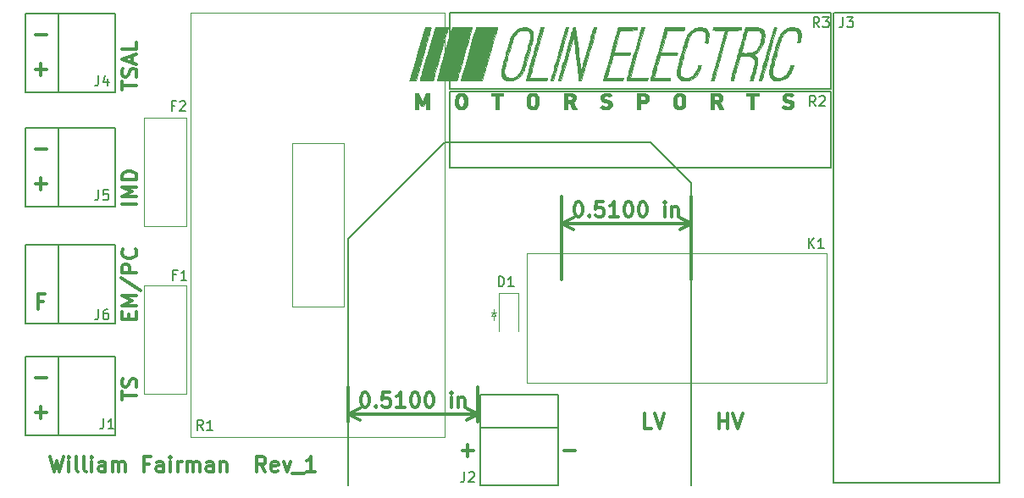
<source format=gbr>
G04 #@! TF.FileFunction,Legend,Top*
%FSLAX46Y46*%
G04 Gerber Fmt 4.6, Leading zero omitted, Abs format (unit mm)*
G04 Created by KiCad (PCBNEW 4.0.7-e2-6376~58~ubuntu16.04.1) date Sun Feb  4 09:06:46 2018*
%MOMM*%
%LPD*%
G01*
G04 APERTURE LIST*
%ADD10C,0.100000*%
%ADD11C,0.300000*%
%ADD12C,0.200000*%
%ADD13C,0.120000*%
%ADD14C,0.150000*%
%ADD15C,0.010000*%
G04 APERTURE END LIST*
D10*
D11*
X102068286Y-58312857D02*
X101568286Y-58312857D01*
X101568286Y-59098571D02*
X101568286Y-57598571D01*
X102282572Y-57598571D01*
X102792287Y-73854571D02*
X103149430Y-75354571D01*
X103435144Y-74283143D01*
X103720858Y-75354571D01*
X104078001Y-73854571D01*
X104649430Y-75354571D02*
X104649430Y-74354571D01*
X104649430Y-73854571D02*
X104578001Y-73926000D01*
X104649430Y-73997429D01*
X104720858Y-73926000D01*
X104649430Y-73854571D01*
X104649430Y-73997429D01*
X105578002Y-75354571D02*
X105435144Y-75283143D01*
X105363716Y-75140286D01*
X105363716Y-73854571D01*
X106363716Y-75354571D02*
X106220858Y-75283143D01*
X106149430Y-75140286D01*
X106149430Y-73854571D01*
X106935144Y-75354571D02*
X106935144Y-74354571D01*
X106935144Y-73854571D02*
X106863715Y-73926000D01*
X106935144Y-73997429D01*
X107006572Y-73926000D01*
X106935144Y-73854571D01*
X106935144Y-73997429D01*
X108292287Y-75354571D02*
X108292287Y-74568857D01*
X108220858Y-74426000D01*
X108078001Y-74354571D01*
X107792287Y-74354571D01*
X107649430Y-74426000D01*
X108292287Y-75283143D02*
X108149430Y-75354571D01*
X107792287Y-75354571D01*
X107649430Y-75283143D01*
X107578001Y-75140286D01*
X107578001Y-74997429D01*
X107649430Y-74854571D01*
X107792287Y-74783143D01*
X108149430Y-74783143D01*
X108292287Y-74711714D01*
X109006573Y-75354571D02*
X109006573Y-74354571D01*
X109006573Y-74497429D02*
X109078001Y-74426000D01*
X109220859Y-74354571D01*
X109435144Y-74354571D01*
X109578001Y-74426000D01*
X109649430Y-74568857D01*
X109649430Y-75354571D01*
X109649430Y-74568857D02*
X109720859Y-74426000D01*
X109863716Y-74354571D01*
X110078001Y-74354571D01*
X110220859Y-74426000D01*
X110292287Y-74568857D01*
X110292287Y-75354571D01*
X112649430Y-74568857D02*
X112149430Y-74568857D01*
X112149430Y-75354571D02*
X112149430Y-73854571D01*
X112863716Y-73854571D01*
X114078001Y-75354571D02*
X114078001Y-74568857D01*
X114006572Y-74426000D01*
X113863715Y-74354571D01*
X113578001Y-74354571D01*
X113435144Y-74426000D01*
X114078001Y-75283143D02*
X113935144Y-75354571D01*
X113578001Y-75354571D01*
X113435144Y-75283143D01*
X113363715Y-75140286D01*
X113363715Y-74997429D01*
X113435144Y-74854571D01*
X113578001Y-74783143D01*
X113935144Y-74783143D01*
X114078001Y-74711714D01*
X114792287Y-75354571D02*
X114792287Y-74354571D01*
X114792287Y-73854571D02*
X114720858Y-73926000D01*
X114792287Y-73997429D01*
X114863715Y-73926000D01*
X114792287Y-73854571D01*
X114792287Y-73997429D01*
X115506573Y-75354571D02*
X115506573Y-74354571D01*
X115506573Y-74640286D02*
X115578001Y-74497429D01*
X115649430Y-74426000D01*
X115792287Y-74354571D01*
X115935144Y-74354571D01*
X116435144Y-75354571D02*
X116435144Y-74354571D01*
X116435144Y-74497429D02*
X116506572Y-74426000D01*
X116649430Y-74354571D01*
X116863715Y-74354571D01*
X117006572Y-74426000D01*
X117078001Y-74568857D01*
X117078001Y-75354571D01*
X117078001Y-74568857D02*
X117149430Y-74426000D01*
X117292287Y-74354571D01*
X117506572Y-74354571D01*
X117649430Y-74426000D01*
X117720858Y-74568857D01*
X117720858Y-75354571D01*
X119078001Y-75354571D02*
X119078001Y-74568857D01*
X119006572Y-74426000D01*
X118863715Y-74354571D01*
X118578001Y-74354571D01*
X118435144Y-74426000D01*
X119078001Y-75283143D02*
X118935144Y-75354571D01*
X118578001Y-75354571D01*
X118435144Y-75283143D01*
X118363715Y-75140286D01*
X118363715Y-74997429D01*
X118435144Y-74854571D01*
X118578001Y-74783143D01*
X118935144Y-74783143D01*
X119078001Y-74711714D01*
X119792287Y-74354571D02*
X119792287Y-75354571D01*
X119792287Y-74497429D02*
X119863715Y-74426000D01*
X120006573Y-74354571D01*
X120220858Y-74354571D01*
X120363715Y-74426000D01*
X120435144Y-74568857D01*
X120435144Y-75354571D01*
X124292287Y-75354571D02*
X123792287Y-74640286D01*
X123435144Y-75354571D02*
X123435144Y-73854571D01*
X124006572Y-73854571D01*
X124149430Y-73926000D01*
X124220858Y-73997429D01*
X124292287Y-74140286D01*
X124292287Y-74354571D01*
X124220858Y-74497429D01*
X124149430Y-74568857D01*
X124006572Y-74640286D01*
X123435144Y-74640286D01*
X125506572Y-75283143D02*
X125363715Y-75354571D01*
X125078001Y-75354571D01*
X124935144Y-75283143D01*
X124863715Y-75140286D01*
X124863715Y-74568857D01*
X124935144Y-74426000D01*
X125078001Y-74354571D01*
X125363715Y-74354571D01*
X125506572Y-74426000D01*
X125578001Y-74568857D01*
X125578001Y-74711714D01*
X124863715Y-74854571D01*
X126078001Y-74354571D02*
X126435144Y-75354571D01*
X126792286Y-74354571D01*
X127006572Y-75497429D02*
X128149429Y-75497429D01*
X129292286Y-75354571D02*
X128435143Y-75354571D01*
X128863715Y-75354571D02*
X128863715Y-73854571D01*
X128720858Y-74068857D01*
X128578000Y-74211714D01*
X128435143Y-74283143D01*
X143954572Y-73259143D02*
X145097429Y-73259143D01*
X144526000Y-73830571D02*
X144526000Y-72687714D01*
X154114572Y-73259143D02*
X155257429Y-73259143D01*
X102425428Y-31642857D02*
X101282571Y-31642857D01*
X102425428Y-43072857D02*
X101282571Y-43072857D01*
X101282572Y-35159143D02*
X102425429Y-35159143D01*
X101854000Y-35730571D02*
X101854000Y-34587714D01*
X101282572Y-46589143D02*
X102425429Y-46589143D01*
X101854000Y-47160571D02*
X101854000Y-46017714D01*
X101282572Y-69449143D02*
X102425429Y-69449143D01*
X101854000Y-70020571D02*
X101854000Y-68877714D01*
X102425428Y-65932857D02*
X101282571Y-65932857D01*
X109922571Y-68198857D02*
X109922571Y-67341714D01*
X111422571Y-67770285D02*
X109922571Y-67770285D01*
X111351143Y-66913143D02*
X111422571Y-66698857D01*
X111422571Y-66341714D01*
X111351143Y-66198857D01*
X111279714Y-66127428D01*
X111136857Y-66056000D01*
X110994000Y-66056000D01*
X110851143Y-66127428D01*
X110779714Y-66198857D01*
X110708286Y-66341714D01*
X110636857Y-66627428D01*
X110565429Y-66770286D01*
X110494000Y-66841714D01*
X110351143Y-66913143D01*
X110208286Y-66913143D01*
X110065429Y-66841714D01*
X109994000Y-66770286D01*
X109922571Y-66627428D01*
X109922571Y-66270286D01*
X109994000Y-66056000D01*
X110636857Y-60106286D02*
X110636857Y-59606286D01*
X111422571Y-59392000D02*
X111422571Y-60106286D01*
X109922571Y-60106286D01*
X109922571Y-59392000D01*
X111422571Y-58749143D02*
X109922571Y-58749143D01*
X110994000Y-58249143D01*
X109922571Y-57749143D01*
X111422571Y-57749143D01*
X109851143Y-55963429D02*
X111779714Y-57249143D01*
X111422571Y-55463428D02*
X109922571Y-55463428D01*
X109922571Y-54892000D01*
X109994000Y-54749142D01*
X110065429Y-54677714D01*
X110208286Y-54606285D01*
X110422571Y-54606285D01*
X110565429Y-54677714D01*
X110636857Y-54749142D01*
X110708286Y-54892000D01*
X110708286Y-55463428D01*
X111279714Y-53106285D02*
X111351143Y-53177714D01*
X111422571Y-53392000D01*
X111422571Y-53534857D01*
X111351143Y-53749142D01*
X111208286Y-53892000D01*
X111065429Y-53963428D01*
X110779714Y-54034857D01*
X110565429Y-54034857D01*
X110279714Y-53963428D01*
X110136857Y-53892000D01*
X109994000Y-53749142D01*
X109922571Y-53534857D01*
X109922571Y-53392000D01*
X109994000Y-53177714D01*
X110065429Y-53106285D01*
X111422571Y-48597143D02*
X109922571Y-48597143D01*
X111422571Y-47882857D02*
X109922571Y-47882857D01*
X110994000Y-47382857D01*
X109922571Y-46882857D01*
X111422571Y-46882857D01*
X111422571Y-46168571D02*
X109922571Y-46168571D01*
X109922571Y-45811428D01*
X109994000Y-45597143D01*
X110136857Y-45454285D01*
X110279714Y-45382857D01*
X110565429Y-45311428D01*
X110779714Y-45311428D01*
X111065429Y-45382857D01*
X111208286Y-45454285D01*
X111351143Y-45597143D01*
X111422571Y-45811428D01*
X111422571Y-46168571D01*
X109922571Y-37190857D02*
X109922571Y-36333714D01*
X111422571Y-36762285D02*
X109922571Y-36762285D01*
X111351143Y-35905143D02*
X111422571Y-35690857D01*
X111422571Y-35333714D01*
X111351143Y-35190857D01*
X111279714Y-35119428D01*
X111136857Y-35048000D01*
X110994000Y-35048000D01*
X110851143Y-35119428D01*
X110779714Y-35190857D01*
X110708286Y-35333714D01*
X110636857Y-35619428D01*
X110565429Y-35762286D01*
X110494000Y-35833714D01*
X110351143Y-35905143D01*
X110208286Y-35905143D01*
X110065429Y-35833714D01*
X109994000Y-35762286D01*
X109922571Y-35619428D01*
X109922571Y-35262286D01*
X109994000Y-35048000D01*
X110994000Y-34476572D02*
X110994000Y-33762286D01*
X111422571Y-34619429D02*
X109922571Y-34119429D01*
X111422571Y-33619429D01*
X111422571Y-32405143D02*
X111422571Y-33119429D01*
X109922571Y-33119429D01*
X169616572Y-71036571D02*
X169616572Y-69536571D01*
X169616572Y-70250857D02*
X170473715Y-70250857D01*
X170473715Y-71036571D02*
X170473715Y-69536571D01*
X170973715Y-69536571D02*
X171473715Y-71036571D01*
X171973715Y-69536571D01*
X162889429Y-71036571D02*
X162175143Y-71036571D01*
X162175143Y-69536571D01*
X163175143Y-69536571D02*
X163675143Y-71036571D01*
X164175143Y-69536571D01*
D12*
X132588000Y-76200000D02*
X132588000Y-76708000D01*
D11*
X155508144Y-48374571D02*
X155651001Y-48374571D01*
X155793858Y-48446000D01*
X155865287Y-48517429D01*
X155936716Y-48660286D01*
X156008144Y-48946000D01*
X156008144Y-49303143D01*
X155936716Y-49588857D01*
X155865287Y-49731714D01*
X155793858Y-49803143D01*
X155651001Y-49874571D01*
X155508144Y-49874571D01*
X155365287Y-49803143D01*
X155293858Y-49731714D01*
X155222430Y-49588857D01*
X155151001Y-49303143D01*
X155151001Y-48946000D01*
X155222430Y-48660286D01*
X155293858Y-48517429D01*
X155365287Y-48446000D01*
X155508144Y-48374571D01*
X156651001Y-49731714D02*
X156722429Y-49803143D01*
X156651001Y-49874571D01*
X156579572Y-49803143D01*
X156651001Y-49731714D01*
X156651001Y-49874571D01*
X158079573Y-48374571D02*
X157365287Y-48374571D01*
X157293858Y-49088857D01*
X157365287Y-49017429D01*
X157508144Y-48946000D01*
X157865287Y-48946000D01*
X158008144Y-49017429D01*
X158079573Y-49088857D01*
X158151001Y-49231714D01*
X158151001Y-49588857D01*
X158079573Y-49731714D01*
X158008144Y-49803143D01*
X157865287Y-49874571D01*
X157508144Y-49874571D01*
X157365287Y-49803143D01*
X157293858Y-49731714D01*
X159579572Y-49874571D02*
X158722429Y-49874571D01*
X159151001Y-49874571D02*
X159151001Y-48374571D01*
X159008144Y-48588857D01*
X158865286Y-48731714D01*
X158722429Y-48803143D01*
X160508143Y-48374571D02*
X160651000Y-48374571D01*
X160793857Y-48446000D01*
X160865286Y-48517429D01*
X160936715Y-48660286D01*
X161008143Y-48946000D01*
X161008143Y-49303143D01*
X160936715Y-49588857D01*
X160865286Y-49731714D01*
X160793857Y-49803143D01*
X160651000Y-49874571D01*
X160508143Y-49874571D01*
X160365286Y-49803143D01*
X160293857Y-49731714D01*
X160222429Y-49588857D01*
X160151000Y-49303143D01*
X160151000Y-48946000D01*
X160222429Y-48660286D01*
X160293857Y-48517429D01*
X160365286Y-48446000D01*
X160508143Y-48374571D01*
X161936714Y-48374571D02*
X162079571Y-48374571D01*
X162222428Y-48446000D01*
X162293857Y-48517429D01*
X162365286Y-48660286D01*
X162436714Y-48946000D01*
X162436714Y-49303143D01*
X162365286Y-49588857D01*
X162293857Y-49731714D01*
X162222428Y-49803143D01*
X162079571Y-49874571D01*
X161936714Y-49874571D01*
X161793857Y-49803143D01*
X161722428Y-49731714D01*
X161651000Y-49588857D01*
X161579571Y-49303143D01*
X161579571Y-48946000D01*
X161651000Y-48660286D01*
X161722428Y-48517429D01*
X161793857Y-48446000D01*
X161936714Y-48374571D01*
X164222428Y-49874571D02*
X164222428Y-48874571D01*
X164222428Y-48374571D02*
X164150999Y-48446000D01*
X164222428Y-48517429D01*
X164293856Y-48446000D01*
X164222428Y-48374571D01*
X164222428Y-48517429D01*
X164936714Y-48874571D02*
X164936714Y-49874571D01*
X164936714Y-49017429D02*
X165008142Y-48946000D01*
X165151000Y-48874571D01*
X165365285Y-48874571D01*
X165508142Y-48946000D01*
X165579571Y-49088857D01*
X165579571Y-49874571D01*
X153924000Y-50546000D02*
X166878000Y-50546000D01*
X153924000Y-56134000D02*
X153924000Y-47846000D01*
X166878000Y-56134000D02*
X166878000Y-47846000D01*
X166878000Y-50546000D02*
X165751496Y-51132421D01*
X166878000Y-50546000D02*
X165751496Y-49959579D01*
X153924000Y-50546000D02*
X155050504Y-51132421D01*
X153924000Y-50546000D02*
X155050504Y-49959579D01*
X134172144Y-67424572D02*
X134315001Y-67424572D01*
X134457858Y-67496001D01*
X134529287Y-67567430D01*
X134600716Y-67710287D01*
X134672144Y-67996001D01*
X134672144Y-68353144D01*
X134600716Y-68638858D01*
X134529287Y-68781715D01*
X134457858Y-68853144D01*
X134315001Y-68924572D01*
X134172144Y-68924572D01*
X134029287Y-68853144D01*
X133957858Y-68781715D01*
X133886430Y-68638858D01*
X133815001Y-68353144D01*
X133815001Y-67996001D01*
X133886430Y-67710287D01*
X133957858Y-67567430D01*
X134029287Y-67496001D01*
X134172144Y-67424572D01*
X135315001Y-68781715D02*
X135386429Y-68853144D01*
X135315001Y-68924572D01*
X135243572Y-68853144D01*
X135315001Y-68781715D01*
X135315001Y-68924572D01*
X136743573Y-67424572D02*
X136029287Y-67424572D01*
X135957858Y-68138858D01*
X136029287Y-68067430D01*
X136172144Y-67996001D01*
X136529287Y-67996001D01*
X136672144Y-68067430D01*
X136743573Y-68138858D01*
X136815001Y-68281715D01*
X136815001Y-68638858D01*
X136743573Y-68781715D01*
X136672144Y-68853144D01*
X136529287Y-68924572D01*
X136172144Y-68924572D01*
X136029287Y-68853144D01*
X135957858Y-68781715D01*
X138243572Y-68924572D02*
X137386429Y-68924572D01*
X137815001Y-68924572D02*
X137815001Y-67424572D01*
X137672144Y-67638858D01*
X137529286Y-67781715D01*
X137386429Y-67853144D01*
X139172143Y-67424572D02*
X139315000Y-67424572D01*
X139457857Y-67496001D01*
X139529286Y-67567430D01*
X139600715Y-67710287D01*
X139672143Y-67996001D01*
X139672143Y-68353144D01*
X139600715Y-68638858D01*
X139529286Y-68781715D01*
X139457857Y-68853144D01*
X139315000Y-68924572D01*
X139172143Y-68924572D01*
X139029286Y-68853144D01*
X138957857Y-68781715D01*
X138886429Y-68638858D01*
X138815000Y-68353144D01*
X138815000Y-67996001D01*
X138886429Y-67710287D01*
X138957857Y-67567430D01*
X139029286Y-67496001D01*
X139172143Y-67424572D01*
X140600714Y-67424572D02*
X140743571Y-67424572D01*
X140886428Y-67496001D01*
X140957857Y-67567430D01*
X141029286Y-67710287D01*
X141100714Y-67996001D01*
X141100714Y-68353144D01*
X141029286Y-68638858D01*
X140957857Y-68781715D01*
X140886428Y-68853144D01*
X140743571Y-68924572D01*
X140600714Y-68924572D01*
X140457857Y-68853144D01*
X140386428Y-68781715D01*
X140315000Y-68638858D01*
X140243571Y-68353144D01*
X140243571Y-67996001D01*
X140315000Y-67710287D01*
X140386428Y-67567430D01*
X140457857Y-67496001D01*
X140600714Y-67424572D01*
X142886428Y-68924572D02*
X142886428Y-67924572D01*
X142886428Y-67424572D02*
X142814999Y-67496001D01*
X142886428Y-67567430D01*
X142957856Y-67496001D01*
X142886428Y-67424572D01*
X142886428Y-67567430D01*
X143600714Y-67924572D02*
X143600714Y-68924572D01*
X143600714Y-68067430D02*
X143672142Y-67996001D01*
X143815000Y-67924572D01*
X144029285Y-67924572D01*
X144172142Y-67996001D01*
X144243571Y-68138858D01*
X144243571Y-68924572D01*
X145542000Y-69596001D02*
X132588000Y-69596001D01*
X145542000Y-70358000D02*
X145542000Y-66896001D01*
X132588000Y-70358000D02*
X132588000Y-66896001D01*
X132588000Y-69596001D02*
X133714504Y-69009580D01*
X132588000Y-69596001D02*
X133714504Y-70182422D01*
X145542000Y-69596001D02*
X144415496Y-69009580D01*
X145542000Y-69596001D02*
X144415496Y-70182422D01*
D12*
X166878000Y-46482000D02*
X166878000Y-76708000D01*
X162814000Y-42418000D02*
X166878000Y-46482000D01*
X142240000Y-42418000D02*
X162814000Y-42418000D01*
X141986000Y-42672000D02*
X142240000Y-42418000D01*
X132588000Y-52070000D02*
X141986000Y-42672000D01*
X132588000Y-76200000D02*
X132588000Y-52070000D01*
D13*
X150408000Y-53554000D02*
X180408000Y-53554000D01*
X180408000Y-53554000D02*
X180408000Y-66454000D01*
X150408000Y-66454000D02*
X180408000Y-66454000D01*
X150408000Y-53554000D02*
X150408000Y-66454000D01*
D10*
X147090000Y-59790000D02*
X147090000Y-60190000D01*
X147090000Y-59490000D02*
X147290000Y-59790000D01*
X147290000Y-59790000D02*
X146890000Y-59790000D01*
X146890000Y-59790000D02*
X147090000Y-59490000D01*
X147090000Y-59090000D02*
X147090000Y-59490000D01*
X147090000Y-59490000D02*
X147340000Y-59490000D01*
X147340000Y-59490000D02*
X146840000Y-59490000D01*
D13*
X149590000Y-57490000D02*
X147590000Y-57490000D01*
X147590000Y-57490000D02*
X147590000Y-61340000D01*
X149590000Y-57490000D02*
X149590000Y-61340000D01*
X116420000Y-56720000D02*
X116420000Y-67620000D01*
X116420000Y-56720000D02*
X112180000Y-56720000D01*
X112180000Y-67620000D02*
X116420000Y-67620000D01*
X112180000Y-67620000D02*
X112180000Y-56720000D01*
X116420000Y-39956000D02*
X116420000Y-50856000D01*
X116420000Y-39956000D02*
X112180000Y-39956000D01*
X112180000Y-50856000D02*
X116420000Y-50856000D01*
X112180000Y-50856000D02*
X112180000Y-39956000D01*
D14*
X103580000Y-63890000D02*
X100270000Y-63890000D01*
X100270000Y-63890000D02*
X100270000Y-71690000D01*
X100270000Y-71690000D02*
X103580000Y-71690000D01*
X103580000Y-71690000D02*
X109302000Y-71690000D01*
X103580000Y-63890000D02*
X109302000Y-63890000D01*
X103580000Y-71690000D02*
X103580000Y-63890000D01*
X109302000Y-71690000D02*
X109302000Y-63890000D01*
X153534000Y-70986000D02*
X153534000Y-67676000D01*
X153534000Y-67676000D02*
X145734000Y-67676000D01*
X145734000Y-67676000D02*
X145734000Y-70986000D01*
X145734000Y-70986000D02*
X145734000Y-76708000D01*
X153534000Y-70986000D02*
X153534000Y-76708000D01*
X145734000Y-70986000D02*
X153534000Y-70986000D01*
X145734000Y-76708000D02*
X153534000Y-76708000D01*
X142748000Y-37338000D02*
X180848000Y-37338000D01*
X180848000Y-44958000D02*
X142748000Y-44958000D01*
X180848000Y-44958000D02*
X180848000Y-37458000D01*
X142748000Y-44958000D02*
X142748000Y-37458000D01*
X142748000Y-29464000D02*
X180848000Y-29464000D01*
X180848000Y-37084000D02*
X142748000Y-37084000D01*
X180848000Y-37084000D02*
X180848000Y-29584000D01*
X142748000Y-37084000D02*
X142748000Y-29584000D01*
X103580000Y-29600000D02*
X100270000Y-29600000D01*
X100270000Y-29600000D02*
X100270000Y-37400000D01*
X100270000Y-37400000D02*
X103580000Y-37400000D01*
X103580000Y-37400000D02*
X109302000Y-37400000D01*
X103580000Y-29600000D02*
X109302000Y-29600000D01*
X103580000Y-37400000D02*
X103580000Y-29600000D01*
X109302000Y-37400000D02*
X109302000Y-29600000D01*
X103580000Y-41030000D02*
X100270000Y-41030000D01*
X100270000Y-41030000D02*
X100270000Y-48830000D01*
X100270000Y-48830000D02*
X103580000Y-48830000D01*
X103580000Y-48830000D02*
X109302000Y-48830000D01*
X103580000Y-41030000D02*
X109302000Y-41030000D01*
X103580000Y-48830000D02*
X103580000Y-41030000D01*
X109302000Y-48830000D02*
X109302000Y-41030000D01*
X103580000Y-52714000D02*
X100270000Y-52714000D01*
X100270000Y-52714000D02*
X100270000Y-60514000D01*
X100270000Y-60514000D02*
X103580000Y-60514000D01*
X103580000Y-60514000D02*
X109302000Y-60514000D01*
X103580000Y-52714000D02*
X109302000Y-52714000D01*
X103580000Y-60514000D02*
X103580000Y-52714000D01*
X109302000Y-60514000D02*
X109302000Y-52714000D01*
D13*
X126940000Y-58834000D02*
X126940000Y-42534000D01*
X116840000Y-71884000D02*
X116840000Y-29484000D01*
X126940000Y-58834000D02*
X132140000Y-58834000D01*
X126940000Y-42534000D02*
X132140000Y-42534000D01*
X132140000Y-58834000D02*
X132140000Y-42534000D01*
X142240000Y-71884000D02*
X142240000Y-29484000D01*
X142240000Y-29484000D02*
X116840000Y-29484000D01*
X142240000Y-71884000D02*
X116840000Y-71884000D01*
D14*
X181114700Y-76466700D02*
X197624700Y-76466700D01*
X197616000Y-29451300D02*
X181116000Y-29451300D01*
X197624700Y-76460000D02*
X197624700Y-29460000D01*
X181102000Y-76460000D02*
X181102000Y-29460000D01*
D15*
G36*
X143972944Y-37497555D02*
X144111057Y-37529693D01*
X144229133Y-37596457D01*
X144318319Y-37678981D01*
X144379911Y-37758125D01*
X144424398Y-37847727D01*
X144453549Y-37956260D01*
X144469137Y-38092195D01*
X144472931Y-38264004D01*
X144469754Y-38403486D01*
X144457375Y-38599255D01*
X144433214Y-38752772D01*
X144393726Y-38871915D01*
X144335367Y-38964561D01*
X144254590Y-39038587D01*
X144157700Y-39096877D01*
X144060576Y-39130725D01*
X143936576Y-39152438D01*
X143807135Y-39160093D01*
X143693687Y-39151766D01*
X143653094Y-39142143D01*
X143510502Y-39070998D01*
X143390740Y-38960694D01*
X143317601Y-38847694D01*
X143293484Y-38796477D01*
X143276294Y-38750571D01*
X143265067Y-38700500D01*
X143258836Y-38636784D01*
X143256638Y-38549948D01*
X143257507Y-38430514D01*
X143260182Y-38283871D01*
X143260316Y-38277681D01*
X143586978Y-38277681D01*
X143590824Y-38405568D01*
X143599763Y-38528673D01*
X143612987Y-38633797D01*
X143629686Y-38707740D01*
X143638748Y-38728361D01*
X143689703Y-38781247D01*
X143763673Y-38829255D01*
X143837162Y-38858288D01*
X143860511Y-38861421D01*
X143904862Y-38850811D01*
X143966234Y-38824394D01*
X143968031Y-38823470D01*
X144026143Y-38786133D01*
X144067880Y-38738102D01*
X144095437Y-38671354D01*
X144111011Y-38577867D01*
X144116798Y-38449618D01*
X144115172Y-38285896D01*
X144106900Y-37943305D01*
X144023949Y-37869252D01*
X143926465Y-37809293D01*
X143828449Y-37795789D01*
X143737958Y-37825125D01*
X143663049Y-37893690D01*
X143611783Y-37997868D01*
X143597804Y-38060354D01*
X143589035Y-38158210D01*
X143586978Y-38277681D01*
X143260316Y-38277681D01*
X143263595Y-38126384D01*
X143267512Y-38010726D01*
X143273248Y-37927928D01*
X143282123Y-37869027D01*
X143295452Y-37825056D01*
X143314554Y-37787049D01*
X143338766Y-37749026D01*
X143437063Y-37630722D01*
X143553110Y-37552271D01*
X143696904Y-37508222D01*
X143803083Y-37495881D01*
X143972944Y-37497555D01*
X143972944Y-37497555D01*
G37*
X143972944Y-37497555D02*
X144111057Y-37529693D01*
X144229133Y-37596457D01*
X144318319Y-37678981D01*
X144379911Y-37758125D01*
X144424398Y-37847727D01*
X144453549Y-37956260D01*
X144469137Y-38092195D01*
X144472931Y-38264004D01*
X144469754Y-38403486D01*
X144457375Y-38599255D01*
X144433214Y-38752772D01*
X144393726Y-38871915D01*
X144335367Y-38964561D01*
X144254590Y-39038587D01*
X144157700Y-39096877D01*
X144060576Y-39130725D01*
X143936576Y-39152438D01*
X143807135Y-39160093D01*
X143693687Y-39151766D01*
X143653094Y-39142143D01*
X143510502Y-39070998D01*
X143390740Y-38960694D01*
X143317601Y-38847694D01*
X143293484Y-38796477D01*
X143276294Y-38750571D01*
X143265067Y-38700500D01*
X143258836Y-38636784D01*
X143256638Y-38549948D01*
X143257507Y-38430514D01*
X143260182Y-38283871D01*
X143260316Y-38277681D01*
X143586978Y-38277681D01*
X143590824Y-38405568D01*
X143599763Y-38528673D01*
X143612987Y-38633797D01*
X143629686Y-38707740D01*
X143638748Y-38728361D01*
X143689703Y-38781247D01*
X143763673Y-38829255D01*
X143837162Y-38858288D01*
X143860511Y-38861421D01*
X143904862Y-38850811D01*
X143966234Y-38824394D01*
X143968031Y-38823470D01*
X144026143Y-38786133D01*
X144067880Y-38738102D01*
X144095437Y-38671354D01*
X144111011Y-38577867D01*
X144116798Y-38449618D01*
X144115172Y-38285896D01*
X144106900Y-37943305D01*
X144023949Y-37869252D01*
X143926465Y-37809293D01*
X143828449Y-37795789D01*
X143737958Y-37825125D01*
X143663049Y-37893690D01*
X143611783Y-37997868D01*
X143597804Y-38060354D01*
X143589035Y-38158210D01*
X143586978Y-38277681D01*
X143260316Y-38277681D01*
X143263595Y-38126384D01*
X143267512Y-38010726D01*
X143273248Y-37927928D01*
X143282123Y-37869027D01*
X143295452Y-37825056D01*
X143314554Y-37787049D01*
X143338766Y-37749026D01*
X143437063Y-37630722D01*
X143553110Y-37552271D01*
X143696904Y-37508222D01*
X143803083Y-37495881D01*
X143972944Y-37497555D01*
G36*
X151171821Y-37507073D02*
X151316487Y-37563184D01*
X151441643Y-37654603D01*
X151523307Y-37756149D01*
X151553063Y-37806116D01*
X151574143Y-37850752D01*
X151588301Y-37900327D01*
X151597293Y-37965111D01*
X151602872Y-38055375D01*
X151606795Y-38181388D01*
X151608545Y-38254980D01*
X151610248Y-38453864D01*
X151603735Y-38610514D01*
X151586979Y-38733118D01*
X151557954Y-38829864D01*
X151514632Y-38908939D01*
X151454986Y-38978530D01*
X151421779Y-39009376D01*
X151275688Y-39105423D01*
X151109272Y-39156050D01*
X150926456Y-39160472D01*
X150789869Y-39135404D01*
X150687901Y-39088109D01*
X150584747Y-39006996D01*
X150494841Y-38906585D01*
X150432615Y-38801398D01*
X150418972Y-38762237D01*
X150406008Y-38680022D01*
X150398230Y-38553892D01*
X150395925Y-38390496D01*
X150396140Y-38373881D01*
X150738311Y-38373881D01*
X150740429Y-38503899D01*
X150745729Y-38594178D01*
X150755864Y-38655753D01*
X150772485Y-38699663D01*
X150791560Y-38729481D01*
X150878288Y-38813510D01*
X150974398Y-38850709D01*
X151072608Y-38840463D01*
X151165637Y-38782156D01*
X151184770Y-38762724D01*
X151222387Y-38712707D01*
X151246603Y-38653067D01*
X151262469Y-38568066D01*
X151270280Y-38496224D01*
X151277994Y-38330269D01*
X151271410Y-38169084D01*
X151251771Y-38028585D01*
X151226827Y-37940052D01*
X151174765Y-37868293D01*
X151092227Y-37815852D01*
X150999090Y-37795296D01*
X150997911Y-37795294D01*
X150936961Y-37808452D01*
X150865829Y-37840451D01*
X150858328Y-37844883D01*
X150812725Y-37880395D01*
X150779761Y-37928142D01*
X150757647Y-37996010D01*
X150744595Y-38091884D01*
X150738815Y-38223649D01*
X150738311Y-38373881D01*
X150396140Y-38373881D01*
X150397555Y-38264859D01*
X150401192Y-38116704D01*
X150405592Y-38009290D01*
X150412439Y-37932564D01*
X150423413Y-37876475D01*
X150440199Y-37830973D01*
X150464477Y-37786004D01*
X150482692Y-37756145D01*
X150584827Y-37635714D01*
X150714147Y-37550591D01*
X150861312Y-37500777D01*
X151016983Y-37486271D01*
X151171821Y-37507073D01*
X151171821Y-37507073D01*
G37*
X151171821Y-37507073D02*
X151316487Y-37563184D01*
X151441643Y-37654603D01*
X151523307Y-37756149D01*
X151553063Y-37806116D01*
X151574143Y-37850752D01*
X151588301Y-37900327D01*
X151597293Y-37965111D01*
X151602872Y-38055375D01*
X151606795Y-38181388D01*
X151608545Y-38254980D01*
X151610248Y-38453864D01*
X151603735Y-38610514D01*
X151586979Y-38733118D01*
X151557954Y-38829864D01*
X151514632Y-38908939D01*
X151454986Y-38978530D01*
X151421779Y-39009376D01*
X151275688Y-39105423D01*
X151109272Y-39156050D01*
X150926456Y-39160472D01*
X150789869Y-39135404D01*
X150687901Y-39088109D01*
X150584747Y-39006996D01*
X150494841Y-38906585D01*
X150432615Y-38801398D01*
X150418972Y-38762237D01*
X150406008Y-38680022D01*
X150398230Y-38553892D01*
X150395925Y-38390496D01*
X150396140Y-38373881D01*
X150738311Y-38373881D01*
X150740429Y-38503899D01*
X150745729Y-38594178D01*
X150755864Y-38655753D01*
X150772485Y-38699663D01*
X150791560Y-38729481D01*
X150878288Y-38813510D01*
X150974398Y-38850709D01*
X151072608Y-38840463D01*
X151165637Y-38782156D01*
X151184770Y-38762724D01*
X151222387Y-38712707D01*
X151246603Y-38653067D01*
X151262469Y-38568066D01*
X151270280Y-38496224D01*
X151277994Y-38330269D01*
X151271410Y-38169084D01*
X151251771Y-38028585D01*
X151226827Y-37940052D01*
X151174765Y-37868293D01*
X151092227Y-37815852D01*
X150999090Y-37795296D01*
X150997911Y-37795294D01*
X150936961Y-37808452D01*
X150865829Y-37840451D01*
X150858328Y-37844883D01*
X150812725Y-37880395D01*
X150779761Y-37928142D01*
X150757647Y-37996010D01*
X150744595Y-38091884D01*
X150738815Y-38223649D01*
X150738311Y-38373881D01*
X150396140Y-38373881D01*
X150397555Y-38264859D01*
X150401192Y-38116704D01*
X150405592Y-38009290D01*
X150412439Y-37932564D01*
X150423413Y-37876475D01*
X150440199Y-37830973D01*
X150464477Y-37786004D01*
X150482692Y-37756145D01*
X150584827Y-37635714D01*
X150714147Y-37550591D01*
X150861312Y-37500777D01*
X151016983Y-37486271D01*
X151171821Y-37507073D01*
G36*
X158544534Y-37503836D02*
X158690327Y-37539750D01*
X158807703Y-37595216D01*
X158875060Y-37653024D01*
X158891824Y-37681804D01*
X158885450Y-37712198D01*
X158850433Y-37756376D01*
X158809068Y-37798883D01*
X158706917Y-37901035D01*
X158608185Y-37848117D01*
X158495234Y-37806167D01*
X158376838Y-37792743D01*
X158268401Y-37807510D01*
X158185326Y-37850129D01*
X158177345Y-37857545D01*
X158125497Y-37928302D01*
X158119832Y-37997579D01*
X158139694Y-38047881D01*
X158161782Y-38079172D01*
X158195870Y-38103065D01*
X158251853Y-38123265D01*
X158339627Y-38143475D01*
X158449983Y-38164026D01*
X158619602Y-38202885D01*
X158745776Y-38254254D01*
X158835339Y-38323382D01*
X158895126Y-38415518D01*
X158931562Y-38533920D01*
X158942672Y-38698603D01*
X158906939Y-38846467D01*
X158826490Y-38973026D01*
X158703453Y-39073794D01*
X158665480Y-39094844D01*
X158563801Y-39129626D01*
X158430779Y-39151642D01*
X158284512Y-39159799D01*
X158143097Y-39153003D01*
X158034242Y-39133002D01*
X157947408Y-39099884D01*
X157861531Y-39053306D01*
X157789338Y-39001901D01*
X157743561Y-38954303D01*
X157734000Y-38929362D01*
X157750999Y-38895140D01*
X157794696Y-38840979D01*
X157833721Y-38800333D01*
X157933443Y-38702958D01*
X157999116Y-38754616D01*
X158109908Y-38814910D01*
X158241738Y-38846301D01*
X158377191Y-38847476D01*
X158498854Y-38817121D01*
X158540450Y-38795421D01*
X158582990Y-38741867D01*
X158598403Y-38665996D01*
X158585198Y-38589345D01*
X158557685Y-38546314D01*
X158524447Y-38514818D01*
X158513235Y-38506365D01*
X158452174Y-38499665D01*
X158359504Y-38482666D01*
X158251271Y-38459098D01*
X158143521Y-38432694D01*
X158052300Y-38407186D01*
X157993654Y-38386307D01*
X157990552Y-38384797D01*
X157895046Y-38309755D01*
X157828918Y-38203546D01*
X157793420Y-38077309D01*
X157789803Y-37942181D01*
X157819321Y-37809299D01*
X157883224Y-37689801D01*
X157908906Y-37658647D01*
X158008453Y-37574172D01*
X158129634Y-37520676D01*
X158281833Y-37494834D01*
X158381700Y-37491205D01*
X158544534Y-37503836D01*
X158544534Y-37503836D01*
G37*
X158544534Y-37503836D02*
X158690327Y-37539750D01*
X158807703Y-37595216D01*
X158875060Y-37653024D01*
X158891824Y-37681804D01*
X158885450Y-37712198D01*
X158850433Y-37756376D01*
X158809068Y-37798883D01*
X158706917Y-37901035D01*
X158608185Y-37848117D01*
X158495234Y-37806167D01*
X158376838Y-37792743D01*
X158268401Y-37807510D01*
X158185326Y-37850129D01*
X158177345Y-37857545D01*
X158125497Y-37928302D01*
X158119832Y-37997579D01*
X158139694Y-38047881D01*
X158161782Y-38079172D01*
X158195870Y-38103065D01*
X158251853Y-38123265D01*
X158339627Y-38143475D01*
X158449983Y-38164026D01*
X158619602Y-38202885D01*
X158745776Y-38254254D01*
X158835339Y-38323382D01*
X158895126Y-38415518D01*
X158931562Y-38533920D01*
X158942672Y-38698603D01*
X158906939Y-38846467D01*
X158826490Y-38973026D01*
X158703453Y-39073794D01*
X158665480Y-39094844D01*
X158563801Y-39129626D01*
X158430779Y-39151642D01*
X158284512Y-39159799D01*
X158143097Y-39153003D01*
X158034242Y-39133002D01*
X157947408Y-39099884D01*
X157861531Y-39053306D01*
X157789338Y-39001901D01*
X157743561Y-38954303D01*
X157734000Y-38929362D01*
X157750999Y-38895140D01*
X157794696Y-38840979D01*
X157833721Y-38800333D01*
X157933443Y-38702958D01*
X157999116Y-38754616D01*
X158109908Y-38814910D01*
X158241738Y-38846301D01*
X158377191Y-38847476D01*
X158498854Y-38817121D01*
X158540450Y-38795421D01*
X158582990Y-38741867D01*
X158598403Y-38665996D01*
X158585198Y-38589345D01*
X158557685Y-38546314D01*
X158524447Y-38514818D01*
X158513235Y-38506365D01*
X158452174Y-38499665D01*
X158359504Y-38482666D01*
X158251271Y-38459098D01*
X158143521Y-38432694D01*
X158052300Y-38407186D01*
X157993654Y-38386307D01*
X157990552Y-38384797D01*
X157895046Y-38309755D01*
X157828918Y-38203546D01*
X157793420Y-38077309D01*
X157789803Y-37942181D01*
X157819321Y-37809299D01*
X157883224Y-37689801D01*
X157908906Y-37658647D01*
X158008453Y-37574172D01*
X158129634Y-37520676D01*
X158281833Y-37494834D01*
X158381700Y-37491205D01*
X158544534Y-37503836D01*
G36*
X165856668Y-37511018D02*
X166009524Y-37569651D01*
X166130374Y-37667600D01*
X166219526Y-37805051D01*
X166230924Y-37830852D01*
X166254499Y-37916229D01*
X166272625Y-38038361D01*
X166284589Y-38183422D01*
X166289678Y-38337588D01*
X166287180Y-38487034D01*
X166276382Y-38617937D01*
X166272787Y-38643094D01*
X166229786Y-38812304D01*
X166157498Y-38944459D01*
X166051355Y-39046886D01*
X166000368Y-39080023D01*
X165875675Y-39131049D01*
X165728375Y-39158151D01*
X165579602Y-39159332D01*
X165450490Y-39132594D01*
X165449198Y-39132115D01*
X165296006Y-39050286D01*
X165177336Y-38933713D01*
X165122168Y-38843640D01*
X165098957Y-38791922D01*
X165082689Y-38740868D01*
X165072131Y-38680126D01*
X165066053Y-38599346D01*
X165063224Y-38488176D01*
X165063003Y-38447830D01*
X165407293Y-38447830D01*
X165415100Y-38581837D01*
X165434143Y-38679912D01*
X165466419Y-38749231D01*
X165513925Y-38796967D01*
X165562599Y-38823732D01*
X165629138Y-38850825D01*
X165674690Y-38857961D01*
X165724426Y-38845269D01*
X165774829Y-38824814D01*
X165838128Y-38788039D01*
X165883585Y-38733720D01*
X165913688Y-38654298D01*
X165930927Y-38542216D01*
X165937788Y-38389916D01*
X165938200Y-38328600D01*
X165933984Y-38161995D01*
X165921602Y-38037668D01*
X165902783Y-37962803D01*
X165839341Y-37865048D01*
X165753799Y-37808848D01*
X165655677Y-37796417D01*
X165554495Y-37829966D01*
X165500450Y-37869300D01*
X165417500Y-37943400D01*
X165408727Y-38270718D01*
X165407293Y-38447830D01*
X165063003Y-38447830D01*
X165062418Y-38341300D01*
X165064194Y-38160495D01*
X165071458Y-38021057D01*
X165086280Y-37913665D01*
X165110728Y-37829001D01*
X165146872Y-37757745D01*
X165196780Y-37690579D01*
X165210420Y-37674734D01*
X165319364Y-37578317D01*
X165448309Y-37519091D01*
X165606651Y-37493321D01*
X165671500Y-37491515D01*
X165856668Y-37511018D01*
X165856668Y-37511018D01*
G37*
X165856668Y-37511018D02*
X166009524Y-37569651D01*
X166130374Y-37667600D01*
X166219526Y-37805051D01*
X166230924Y-37830852D01*
X166254499Y-37916229D01*
X166272625Y-38038361D01*
X166284589Y-38183422D01*
X166289678Y-38337588D01*
X166287180Y-38487034D01*
X166276382Y-38617937D01*
X166272787Y-38643094D01*
X166229786Y-38812304D01*
X166157498Y-38944459D01*
X166051355Y-39046886D01*
X166000368Y-39080023D01*
X165875675Y-39131049D01*
X165728375Y-39158151D01*
X165579602Y-39159332D01*
X165450490Y-39132594D01*
X165449198Y-39132115D01*
X165296006Y-39050286D01*
X165177336Y-38933713D01*
X165122168Y-38843640D01*
X165098957Y-38791922D01*
X165082689Y-38740868D01*
X165072131Y-38680126D01*
X165066053Y-38599346D01*
X165063224Y-38488176D01*
X165063003Y-38447830D01*
X165407293Y-38447830D01*
X165415100Y-38581837D01*
X165434143Y-38679912D01*
X165466419Y-38749231D01*
X165513925Y-38796967D01*
X165562599Y-38823732D01*
X165629138Y-38850825D01*
X165674690Y-38857961D01*
X165724426Y-38845269D01*
X165774829Y-38824814D01*
X165838128Y-38788039D01*
X165883585Y-38733720D01*
X165913688Y-38654298D01*
X165930927Y-38542216D01*
X165937788Y-38389916D01*
X165938200Y-38328600D01*
X165933984Y-38161995D01*
X165921602Y-38037668D01*
X165902783Y-37962803D01*
X165839341Y-37865048D01*
X165753799Y-37808848D01*
X165655677Y-37796417D01*
X165554495Y-37829966D01*
X165500450Y-37869300D01*
X165417500Y-37943400D01*
X165408727Y-38270718D01*
X165407293Y-38447830D01*
X165063003Y-38447830D01*
X165062418Y-38341300D01*
X165064194Y-38160495D01*
X165071458Y-38021057D01*
X165086280Y-37913665D01*
X165110728Y-37829001D01*
X165146872Y-37757745D01*
X165196780Y-37690579D01*
X165210420Y-37674734D01*
X165319364Y-37578317D01*
X165448309Y-37519091D01*
X165606651Y-37493321D01*
X165671500Y-37491515D01*
X165856668Y-37511018D01*
G36*
X176739553Y-37502792D02*
X176799872Y-37515561D01*
X176884526Y-37549205D01*
X176965145Y-37592408D01*
X177028486Y-37636795D01*
X177061307Y-37673994D01*
X177063226Y-37682095D01*
X177046433Y-37713587D01*
X177003201Y-37765509D01*
X176967110Y-37802714D01*
X176870820Y-37896738D01*
X176771239Y-37845969D01*
X176655142Y-37803830D01*
X176541581Y-37792154D01*
X176440117Y-37808416D01*
X176360312Y-37850090D01*
X176311727Y-37914651D01*
X176301400Y-37970052D01*
X176312857Y-38032913D01*
X176351624Y-38081105D01*
X176424290Y-38118654D01*
X176537448Y-38149584D01*
X176621603Y-38165627D01*
X176785829Y-38201651D01*
X176907419Y-38247998D01*
X176994230Y-38309420D01*
X177054119Y-38390669D01*
X177076672Y-38440864D01*
X177112477Y-38596246D01*
X177104293Y-38747973D01*
X177055364Y-38886946D01*
X176968934Y-39004062D01*
X176848245Y-39090219D01*
X176844636Y-39091986D01*
X176732811Y-39129400D01*
X176591730Y-39152923D01*
X176441435Y-39160932D01*
X176301966Y-39151804D01*
X176243855Y-39140635D01*
X176140739Y-39106691D01*
X176039370Y-39060072D01*
X175957408Y-39009731D01*
X175920942Y-38976953D01*
X175906443Y-38949482D01*
X175914889Y-38917839D01*
X175951770Y-38870920D01*
X175996604Y-38823895D01*
X176106424Y-38711997D01*
X176173959Y-38760086D01*
X176273767Y-38810637D01*
X176396284Y-38844353D01*
X176516625Y-38855557D01*
X176570508Y-38850523D01*
X176656083Y-38818901D01*
X176729005Y-38765051D01*
X176775104Y-38701435D01*
X176784000Y-38662768D01*
X176769748Y-38596067D01*
X176723194Y-38545088D01*
X176638643Y-38506267D01*
X176510396Y-38476039D01*
X176476436Y-38470298D01*
X176302414Y-38434307D01*
X176171823Y-38386782D01*
X176077762Y-38323072D01*
X176013329Y-38238525D01*
X175972121Y-38130372D01*
X175953120Y-37969890D01*
X175981099Y-37820027D01*
X176053418Y-37687991D01*
X176167434Y-37580994D01*
X176175341Y-37575661D01*
X176239442Y-37538765D01*
X176306214Y-37515774D01*
X176392700Y-37502353D01*
X176490656Y-37495426D01*
X176625731Y-37493769D01*
X176739553Y-37502792D01*
X176739553Y-37502792D01*
G37*
X176739553Y-37502792D02*
X176799872Y-37515561D01*
X176884526Y-37549205D01*
X176965145Y-37592408D01*
X177028486Y-37636795D01*
X177061307Y-37673994D01*
X177063226Y-37682095D01*
X177046433Y-37713587D01*
X177003201Y-37765509D01*
X176967110Y-37802714D01*
X176870820Y-37896738D01*
X176771239Y-37845969D01*
X176655142Y-37803830D01*
X176541581Y-37792154D01*
X176440117Y-37808416D01*
X176360312Y-37850090D01*
X176311727Y-37914651D01*
X176301400Y-37970052D01*
X176312857Y-38032913D01*
X176351624Y-38081105D01*
X176424290Y-38118654D01*
X176537448Y-38149584D01*
X176621603Y-38165627D01*
X176785829Y-38201651D01*
X176907419Y-38247998D01*
X176994230Y-38309420D01*
X177054119Y-38390669D01*
X177076672Y-38440864D01*
X177112477Y-38596246D01*
X177104293Y-38747973D01*
X177055364Y-38886946D01*
X176968934Y-39004062D01*
X176848245Y-39090219D01*
X176844636Y-39091986D01*
X176732811Y-39129400D01*
X176591730Y-39152923D01*
X176441435Y-39160932D01*
X176301966Y-39151804D01*
X176243855Y-39140635D01*
X176140739Y-39106691D01*
X176039370Y-39060072D01*
X175957408Y-39009731D01*
X175920942Y-38976953D01*
X175906443Y-38949482D01*
X175914889Y-38917839D01*
X175951770Y-38870920D01*
X175996604Y-38823895D01*
X176106424Y-38711997D01*
X176173959Y-38760086D01*
X176273767Y-38810637D01*
X176396284Y-38844353D01*
X176516625Y-38855557D01*
X176570508Y-38850523D01*
X176656083Y-38818901D01*
X176729005Y-38765051D01*
X176775104Y-38701435D01*
X176784000Y-38662768D01*
X176769748Y-38596067D01*
X176723194Y-38545088D01*
X176638643Y-38506267D01*
X176510396Y-38476039D01*
X176476436Y-38470298D01*
X176302414Y-38434307D01*
X176171823Y-38386782D01*
X176077762Y-38323072D01*
X176013329Y-38238525D01*
X175972121Y-38130372D01*
X175953120Y-37969890D01*
X175981099Y-37820027D01*
X176053418Y-37687991D01*
X176167434Y-37580994D01*
X176175341Y-37575661D01*
X176239442Y-37538765D01*
X176306214Y-37515774D01*
X176392700Y-37502353D01*
X176490656Y-37495426D01*
X176625731Y-37493769D01*
X176739553Y-37502792D01*
G36*
X139760246Y-37921475D02*
X139969468Y-38352550D01*
X140381700Y-37490400D01*
X140716000Y-37490400D01*
X140716000Y-39141400D01*
X140385800Y-39141400D01*
X140382848Y-38239700D01*
X140238794Y-38525450D01*
X140094739Y-38811200D01*
X139838660Y-38811200D01*
X139694605Y-38525450D01*
X139550551Y-38239700D01*
X139549075Y-38690550D01*
X139547600Y-39141400D01*
X139217400Y-39141400D01*
X139217400Y-37490400D01*
X139551023Y-37490400D01*
X139760246Y-37921475D01*
X139760246Y-37921475D01*
G37*
X139760246Y-37921475D02*
X139969468Y-38352550D01*
X140381700Y-37490400D01*
X140716000Y-37490400D01*
X140716000Y-39141400D01*
X140385800Y-39141400D01*
X140382848Y-38239700D01*
X140238794Y-38525450D01*
X140094739Y-38811200D01*
X139838660Y-38811200D01*
X139694605Y-38525450D01*
X139550551Y-38239700D01*
X139549075Y-38690550D01*
X139547600Y-39141400D01*
X139217400Y-39141400D01*
X139217400Y-37490400D01*
X139551023Y-37490400D01*
X139760246Y-37921475D01*
G36*
X148031200Y-37795200D02*
X147599400Y-37795200D01*
X147599400Y-39141400D01*
X147269200Y-39141400D01*
X147269200Y-37795200D01*
X146837400Y-37795200D01*
X146837400Y-37490400D01*
X148031200Y-37490400D01*
X148031200Y-37795200D01*
X148031200Y-37795200D01*
G37*
X148031200Y-37795200D02*
X147599400Y-37795200D01*
X147599400Y-39141400D01*
X147269200Y-39141400D01*
X147269200Y-37795200D01*
X146837400Y-37795200D01*
X146837400Y-37490400D01*
X148031200Y-37490400D01*
X148031200Y-37795200D01*
G36*
X154501850Y-37491005D02*
X154639226Y-37492860D01*
X154766666Y-37497503D01*
X154871297Y-37504268D01*
X154940247Y-37512492D01*
X154947653Y-37514025D01*
X155092018Y-37571459D01*
X155206981Y-37665374D01*
X155287860Y-37787870D01*
X155329978Y-37931050D01*
X155328653Y-38087014D01*
X155318070Y-38139211D01*
X155284409Y-38223980D01*
X155231243Y-38307948D01*
X155169199Y-38378252D01*
X155108903Y-38422023D01*
X155077727Y-38430200D01*
X155069911Y-38445792D01*
X155084185Y-38494563D01*
X155121791Y-38579508D01*
X155183968Y-38703620D01*
X155218273Y-38769215D01*
X155280612Y-38888374D01*
X155333498Y-38991456D01*
X155372793Y-39070236D01*
X155394358Y-39116489D01*
X155397200Y-39124815D01*
X155373826Y-39132580D01*
X155311790Y-39138399D01*
X155223224Y-39141263D01*
X155197680Y-39141400D01*
X154998161Y-39141400D01*
X154848430Y-38824185D01*
X154698700Y-38506971D01*
X154590750Y-38506685D01*
X154482800Y-38506400D01*
X154482800Y-39141400D01*
X154152600Y-39141400D01*
X154152600Y-38201600D01*
X154482800Y-38201600D01*
X154674454Y-38201600D01*
X154776417Y-38199701D01*
X154842399Y-38191591D01*
X154887153Y-38173649D01*
X154925431Y-38142253D01*
X154928454Y-38139254D01*
X154980686Y-38058405D01*
X154982732Y-37972611D01*
X154934548Y-37885074D01*
X154931935Y-37881999D01*
X154895566Y-37846156D01*
X154852885Y-37823902D01*
X154789583Y-37810677D01*
X154691352Y-37801920D01*
X154677935Y-37801042D01*
X154482800Y-37788519D01*
X154482800Y-38201600D01*
X154152600Y-38201600D01*
X154152600Y-37490400D01*
X154501850Y-37491005D01*
X154501850Y-37491005D01*
G37*
X154501850Y-37491005D02*
X154639226Y-37492860D01*
X154766666Y-37497503D01*
X154871297Y-37504268D01*
X154940247Y-37512492D01*
X154947653Y-37514025D01*
X155092018Y-37571459D01*
X155206981Y-37665374D01*
X155287860Y-37787870D01*
X155329978Y-37931050D01*
X155328653Y-38087014D01*
X155318070Y-38139211D01*
X155284409Y-38223980D01*
X155231243Y-38307948D01*
X155169199Y-38378252D01*
X155108903Y-38422023D01*
X155077727Y-38430200D01*
X155069911Y-38445792D01*
X155084185Y-38494563D01*
X155121791Y-38579508D01*
X155183968Y-38703620D01*
X155218273Y-38769215D01*
X155280612Y-38888374D01*
X155333498Y-38991456D01*
X155372793Y-39070236D01*
X155394358Y-39116489D01*
X155397200Y-39124815D01*
X155373826Y-39132580D01*
X155311790Y-39138399D01*
X155223224Y-39141263D01*
X155197680Y-39141400D01*
X154998161Y-39141400D01*
X154848430Y-38824185D01*
X154698700Y-38506971D01*
X154590750Y-38506685D01*
X154482800Y-38506400D01*
X154482800Y-39141400D01*
X154152600Y-39141400D01*
X154152600Y-38201600D01*
X154482800Y-38201600D01*
X154674454Y-38201600D01*
X154776417Y-38199701D01*
X154842399Y-38191591D01*
X154887153Y-38173649D01*
X154925431Y-38142253D01*
X154928454Y-38139254D01*
X154980686Y-38058405D01*
X154982732Y-37972611D01*
X154934548Y-37885074D01*
X154931935Y-37881999D01*
X154895566Y-37846156D01*
X154852885Y-37823902D01*
X154789583Y-37810677D01*
X154691352Y-37801920D01*
X154677935Y-37801042D01*
X154482800Y-37788519D01*
X154482800Y-38201600D01*
X154152600Y-38201600D01*
X154152600Y-37490400D01*
X154501850Y-37491005D01*
G36*
X161804350Y-37490541D02*
X161983079Y-37492570D01*
X162120749Y-37499597D01*
X162226992Y-37513274D01*
X162311437Y-37535252D01*
X162383716Y-37567181D01*
X162435987Y-37598820D01*
X162526288Y-37686927D01*
X162592496Y-37807582D01*
X162630679Y-37946705D01*
X162636904Y-38090216D01*
X162609184Y-38218996D01*
X162535487Y-38346815D01*
X162423615Y-38441168D01*
X162273545Y-38502065D01*
X162085251Y-38529521D01*
X162020250Y-38531242D01*
X161798000Y-38531800D01*
X161798000Y-39141400D01*
X161442400Y-39141400D01*
X161442400Y-37795200D01*
X161798000Y-37795200D01*
X161798000Y-38227000D01*
X161972374Y-38227000D01*
X162079566Y-38223014D01*
X162151827Y-38208887D01*
X162204557Y-38181364D01*
X162210820Y-38176601D01*
X162275945Y-38098316D01*
X162293504Y-38007399D01*
X162269210Y-37924734D01*
X162208367Y-37855675D01*
X162109333Y-37813062D01*
X161969102Y-37795735D01*
X161933909Y-37795200D01*
X161798000Y-37795200D01*
X161442400Y-37795200D01*
X161442400Y-37490400D01*
X161804350Y-37490541D01*
X161804350Y-37490541D01*
G37*
X161804350Y-37490541D02*
X161983079Y-37492570D01*
X162120749Y-37499597D01*
X162226992Y-37513274D01*
X162311437Y-37535252D01*
X162383716Y-37567181D01*
X162435987Y-37598820D01*
X162526288Y-37686927D01*
X162592496Y-37807582D01*
X162630679Y-37946705D01*
X162636904Y-38090216D01*
X162609184Y-38218996D01*
X162535487Y-38346815D01*
X162423615Y-38441168D01*
X162273545Y-38502065D01*
X162085251Y-38529521D01*
X162020250Y-38531242D01*
X161798000Y-38531800D01*
X161798000Y-39141400D01*
X161442400Y-39141400D01*
X161442400Y-37795200D01*
X161798000Y-37795200D01*
X161798000Y-38227000D01*
X161972374Y-38227000D01*
X162079566Y-38223014D01*
X162151827Y-38208887D01*
X162204557Y-38181364D01*
X162210820Y-38176601D01*
X162275945Y-38098316D01*
X162293504Y-38007399D01*
X162269210Y-37924734D01*
X162208367Y-37855675D01*
X162109333Y-37813062D01*
X161969102Y-37795735D01*
X161933909Y-37795200D01*
X161798000Y-37795200D01*
X161442400Y-37795200D01*
X161442400Y-37490400D01*
X161804350Y-37490541D01*
G36*
X169170350Y-37490541D02*
X169356229Y-37493020D01*
X169500509Y-37501403D01*
X169612212Y-37517355D01*
X169700363Y-37542542D01*
X169773983Y-37578629D01*
X169820814Y-37610595D01*
X169910339Y-37707756D01*
X169971389Y-37834705D01*
X170000420Y-37976970D01*
X169993890Y-38120078D01*
X169967553Y-38209951D01*
X169924836Y-38279702D01*
X169860215Y-38352516D01*
X169790702Y-38411102D01*
X169745979Y-38435173D01*
X169745698Y-38460638D01*
X169769283Y-38525607D01*
X169814887Y-38625776D01*
X169880661Y-38756839D01*
X169899659Y-38793202D01*
X170082835Y-39141400D01*
X169668512Y-39141400D01*
X169364758Y-38506400D01*
X169164000Y-38506400D01*
X169164000Y-39141400D01*
X168808400Y-39141400D01*
X168808400Y-37795200D01*
X169164000Y-37795200D01*
X169164000Y-38201600D01*
X169348150Y-38200792D01*
X169458084Y-38195497D01*
X169539874Y-38181919D01*
X169575751Y-38166972D01*
X169635392Y-38093574D01*
X169654848Y-38003896D01*
X169634585Y-37923526D01*
X169573214Y-37854778D01*
X169472566Y-37812445D01*
X169330217Y-37795597D01*
X169299909Y-37795200D01*
X169164000Y-37795200D01*
X168808400Y-37795200D01*
X168808400Y-37490400D01*
X169170350Y-37490541D01*
X169170350Y-37490541D01*
G37*
X169170350Y-37490541D02*
X169356229Y-37493020D01*
X169500509Y-37501403D01*
X169612212Y-37517355D01*
X169700363Y-37542542D01*
X169773983Y-37578629D01*
X169820814Y-37610595D01*
X169910339Y-37707756D01*
X169971389Y-37834705D01*
X170000420Y-37976970D01*
X169993890Y-38120078D01*
X169967553Y-38209951D01*
X169924836Y-38279702D01*
X169860215Y-38352516D01*
X169790702Y-38411102D01*
X169745979Y-38435173D01*
X169745698Y-38460638D01*
X169769283Y-38525607D01*
X169814887Y-38625776D01*
X169880661Y-38756839D01*
X169899659Y-38793202D01*
X170082835Y-39141400D01*
X169668512Y-39141400D01*
X169364758Y-38506400D01*
X169164000Y-38506400D01*
X169164000Y-39141400D01*
X168808400Y-39141400D01*
X168808400Y-37795200D01*
X169164000Y-37795200D01*
X169164000Y-38201600D01*
X169348150Y-38200792D01*
X169458084Y-38195497D01*
X169539874Y-38181919D01*
X169575751Y-38166972D01*
X169635392Y-38093574D01*
X169654848Y-38003896D01*
X169634585Y-37923526D01*
X169573214Y-37854778D01*
X169472566Y-37812445D01*
X169330217Y-37795597D01*
X169299909Y-37795200D01*
X169164000Y-37795200D01*
X168808400Y-37795200D01*
X168808400Y-37490400D01*
X169170350Y-37490541D01*
G36*
X173583600Y-37795200D02*
X173151800Y-37795200D01*
X173151800Y-39141400D01*
X172796200Y-39141400D01*
X172796200Y-37795200D01*
X172389800Y-37795200D01*
X172389800Y-37490400D01*
X173583600Y-37490400D01*
X173583600Y-37795200D01*
X173583600Y-37795200D01*
G37*
X173583600Y-37795200D02*
X173151800Y-37795200D01*
X173151800Y-39141400D01*
X172796200Y-39141400D01*
X172796200Y-37795200D01*
X172389800Y-37795200D01*
X172389800Y-37490400D01*
X173583600Y-37490400D01*
X173583600Y-37795200D01*
G36*
X140648810Y-30937507D02*
X140733960Y-30939499D01*
X140784681Y-30944780D01*
X140809158Y-30954956D01*
X140815576Y-30971632D01*
X140812520Y-30994349D01*
X140804154Y-31026091D01*
X140782703Y-31103408D01*
X140749093Y-31223045D01*
X140704249Y-31381748D01*
X140649097Y-31576263D01*
X140584564Y-31803334D01*
X140511574Y-32059708D01*
X140431055Y-32342130D01*
X140343930Y-32647346D01*
X140251127Y-32972100D01*
X140153571Y-33313138D01*
X140053909Y-33661197D01*
X139306300Y-36270895D01*
X138996364Y-36271047D01*
X138686429Y-36271200D01*
X138718997Y-36162984D01*
X138730371Y-36124046D01*
X138754768Y-36039649D01*
X138791218Y-35913169D01*
X138838751Y-35747982D01*
X138896397Y-35547464D01*
X138963188Y-35314990D01*
X139038153Y-35053937D01*
X139120322Y-34767680D01*
X139208726Y-34459596D01*
X139302395Y-34133061D01*
X139400360Y-33791450D01*
X139485068Y-33495984D01*
X140218571Y-30937200D01*
X140521046Y-30937200D01*
X140648810Y-30937507D01*
X140648810Y-30937507D01*
G37*
X140648810Y-30937507D02*
X140733960Y-30939499D01*
X140784681Y-30944780D01*
X140809158Y-30954956D01*
X140815576Y-30971632D01*
X140812520Y-30994349D01*
X140804154Y-31026091D01*
X140782703Y-31103408D01*
X140749093Y-31223045D01*
X140704249Y-31381748D01*
X140649097Y-31576263D01*
X140584564Y-31803334D01*
X140511574Y-32059708D01*
X140431055Y-32342130D01*
X140343930Y-32647346D01*
X140251127Y-32972100D01*
X140153571Y-33313138D01*
X140053909Y-33661197D01*
X139306300Y-36270895D01*
X138996364Y-36271047D01*
X138686429Y-36271200D01*
X138718997Y-36162984D01*
X138730371Y-36124046D01*
X138754768Y-36039649D01*
X138791218Y-35913169D01*
X138838751Y-35747982D01*
X138896397Y-35547464D01*
X138963188Y-35314990D01*
X139038153Y-35053937D01*
X139120322Y-34767680D01*
X139208726Y-34459596D01*
X139302395Y-34133061D01*
X139400360Y-33791450D01*
X139485068Y-33495984D01*
X140218571Y-30937200D01*
X140521046Y-30937200D01*
X140648810Y-30937507D01*
G36*
X142361214Y-30941084D02*
X142441707Y-30943480D01*
X142493837Y-30947967D01*
X142523212Y-30954878D01*
X142535440Y-30964547D01*
X142536130Y-30977307D01*
X142535098Y-30981217D01*
X142526368Y-31011455D01*
X142504624Y-31087190D01*
X142470823Y-31205080D01*
X142425922Y-31361779D01*
X142370878Y-31553945D01*
X142306650Y-31778234D01*
X142234194Y-32031303D01*
X142154468Y-32309808D01*
X142068429Y-32610406D01*
X141977035Y-32929753D01*
X141881243Y-33264506D01*
X141820385Y-33477200D01*
X141721433Y-33822996D01*
X141625644Y-34157664D01*
X141534042Y-34477627D01*
X141447651Y-34779311D01*
X141367496Y-35059142D01*
X141294602Y-35313544D01*
X141229991Y-35538943D01*
X141174690Y-35731764D01*
X141129722Y-35888432D01*
X141096111Y-36005373D01*
X141074883Y-36079011D01*
X141068860Y-36099750D01*
X141018648Y-36271200D01*
X140372024Y-36271200D01*
X140164763Y-36270651D01*
X140003679Y-36268854D01*
X139884159Y-36265582D01*
X139801590Y-36260608D01*
X139751361Y-36253705D01*
X139728857Y-36244645D01*
X139726549Y-36239450D01*
X139733585Y-36211225D01*
X139753771Y-36137384D01*
X139786196Y-36021126D01*
X139829952Y-35865652D01*
X139884128Y-35674160D01*
X139947816Y-35449850D01*
X140020104Y-35195922D01*
X140100083Y-34915575D01*
X140186844Y-34612009D01*
X140279477Y-34288423D01*
X140377071Y-33948017D01*
X140478718Y-33593991D01*
X140483083Y-33578800D01*
X141238466Y-30949900D01*
X141893482Y-30943117D01*
X142092710Y-30941236D01*
X142246751Y-30940447D01*
X142361214Y-30941084D01*
X142361214Y-30941084D01*
G37*
X142361214Y-30941084D02*
X142441707Y-30943480D01*
X142493837Y-30947967D01*
X142523212Y-30954878D01*
X142535440Y-30964547D01*
X142536130Y-30977307D01*
X142535098Y-30981217D01*
X142526368Y-31011455D01*
X142504624Y-31087190D01*
X142470823Y-31205080D01*
X142425922Y-31361779D01*
X142370878Y-31553945D01*
X142306650Y-31778234D01*
X142234194Y-32031303D01*
X142154468Y-32309808D01*
X142068429Y-32610406D01*
X141977035Y-32929753D01*
X141881243Y-33264506D01*
X141820385Y-33477200D01*
X141721433Y-33822996D01*
X141625644Y-34157664D01*
X141534042Y-34477627D01*
X141447651Y-34779311D01*
X141367496Y-35059142D01*
X141294602Y-35313544D01*
X141229991Y-35538943D01*
X141174690Y-35731764D01*
X141129722Y-35888432D01*
X141096111Y-36005373D01*
X141074883Y-36079011D01*
X141068860Y-36099750D01*
X141018648Y-36271200D01*
X140372024Y-36271200D01*
X140164763Y-36270651D01*
X140003679Y-36268854D01*
X139884159Y-36265582D01*
X139801590Y-36260608D01*
X139751361Y-36253705D01*
X139728857Y-36244645D01*
X139726549Y-36239450D01*
X139733585Y-36211225D01*
X139753771Y-36137384D01*
X139786196Y-36021126D01*
X139829952Y-35865652D01*
X139884128Y-35674160D01*
X139947816Y-35449850D01*
X140020104Y-35195922D01*
X140100083Y-34915575D01*
X140186844Y-34612009D01*
X140279477Y-34288423D01*
X140377071Y-33948017D01*
X140478718Y-33593991D01*
X140483083Y-33578800D01*
X141238466Y-30949900D01*
X141893482Y-30943117D01*
X142092710Y-30941236D01*
X142246751Y-30940447D01*
X142361214Y-30941084D01*
G36*
X144194279Y-30937311D02*
X144398839Y-30937784D01*
X144561781Y-30938828D01*
X144687698Y-30940651D01*
X144781179Y-30943461D01*
X144846817Y-30947467D01*
X144889202Y-30952878D01*
X144912927Y-30959902D01*
X144922581Y-30968748D01*
X144922757Y-30979623D01*
X144922186Y-30981650D01*
X144913462Y-31011681D01*
X144891689Y-31087295D01*
X144857799Y-31205236D01*
X144812727Y-31362249D01*
X144757406Y-31555079D01*
X144692769Y-31780471D01*
X144619749Y-32035169D01*
X144539281Y-32315918D01*
X144452297Y-32619463D01*
X144359730Y-32942548D01*
X144262515Y-33281919D01*
X144170210Y-33604200D01*
X144069558Y-33955627D01*
X143972704Y-34293751D01*
X143880580Y-34615315D01*
X143794121Y-34917064D01*
X143714258Y-35195742D01*
X143641925Y-35448096D01*
X143578055Y-35670869D01*
X143523582Y-35860806D01*
X143479439Y-36014653D01*
X143446558Y-36129153D01*
X143425872Y-36201052D01*
X143418423Y-36226750D01*
X143412173Y-36238013D01*
X143397759Y-36247204D01*
X143370457Y-36254531D01*
X143325545Y-36260204D01*
X143258298Y-36264431D01*
X143163995Y-36267421D01*
X143037911Y-36269384D01*
X142875324Y-36270529D01*
X142671510Y-36271064D01*
X142421746Y-36271199D01*
X142414376Y-36271200D01*
X142163852Y-36271088D01*
X141959534Y-36270614D01*
X141796830Y-36269569D01*
X141671146Y-36267743D01*
X141577889Y-36264928D01*
X141512467Y-36260915D01*
X141470285Y-36255493D01*
X141446752Y-36248455D01*
X141437273Y-36239591D01*
X141437256Y-36228693D01*
X141437824Y-36226750D01*
X141447538Y-36193788D01*
X141469927Y-36116517D01*
X141503890Y-35998779D01*
X141548324Y-35844415D01*
X141602130Y-35657269D01*
X141664207Y-35441181D01*
X141733453Y-35199996D01*
X141808768Y-34937553D01*
X141889050Y-34657697D01*
X141973200Y-34364269D01*
X142060114Y-34061110D01*
X142148694Y-33752064D01*
X142237838Y-33440973D01*
X142326444Y-33131678D01*
X142413412Y-32828023D01*
X142497642Y-32533848D01*
X142578031Y-32252997D01*
X142653480Y-31989311D01*
X142722887Y-31746633D01*
X142785151Y-31528804D01*
X142839171Y-31339668D01*
X142883846Y-31183066D01*
X142918076Y-31062840D01*
X142940759Y-30982833D01*
X142950795Y-30946886D01*
X142951200Y-30945241D01*
X142975693Y-30943467D01*
X143045545Y-30941829D01*
X143155317Y-30940370D01*
X143299566Y-30939135D01*
X143472853Y-30938168D01*
X143669738Y-30937513D01*
X143884778Y-30937214D01*
X143943511Y-30937200D01*
X144194279Y-30937311D01*
X144194279Y-30937311D01*
G37*
X144194279Y-30937311D02*
X144398839Y-30937784D01*
X144561781Y-30938828D01*
X144687698Y-30940651D01*
X144781179Y-30943461D01*
X144846817Y-30947467D01*
X144889202Y-30952878D01*
X144912927Y-30959902D01*
X144922581Y-30968748D01*
X144922757Y-30979623D01*
X144922186Y-30981650D01*
X144913462Y-31011681D01*
X144891689Y-31087295D01*
X144857799Y-31205236D01*
X144812727Y-31362249D01*
X144757406Y-31555079D01*
X144692769Y-31780471D01*
X144619749Y-32035169D01*
X144539281Y-32315918D01*
X144452297Y-32619463D01*
X144359730Y-32942548D01*
X144262515Y-33281919D01*
X144170210Y-33604200D01*
X144069558Y-33955627D01*
X143972704Y-34293751D01*
X143880580Y-34615315D01*
X143794121Y-34917064D01*
X143714258Y-35195742D01*
X143641925Y-35448096D01*
X143578055Y-35670869D01*
X143523582Y-35860806D01*
X143479439Y-36014653D01*
X143446558Y-36129153D01*
X143425872Y-36201052D01*
X143418423Y-36226750D01*
X143412173Y-36238013D01*
X143397759Y-36247204D01*
X143370457Y-36254531D01*
X143325545Y-36260204D01*
X143258298Y-36264431D01*
X143163995Y-36267421D01*
X143037911Y-36269384D01*
X142875324Y-36270529D01*
X142671510Y-36271064D01*
X142421746Y-36271199D01*
X142414376Y-36271200D01*
X142163852Y-36271088D01*
X141959534Y-36270614D01*
X141796830Y-36269569D01*
X141671146Y-36267743D01*
X141577889Y-36264928D01*
X141512467Y-36260915D01*
X141470285Y-36255493D01*
X141446752Y-36248455D01*
X141437273Y-36239591D01*
X141437256Y-36228693D01*
X141437824Y-36226750D01*
X141447538Y-36193788D01*
X141469927Y-36116517D01*
X141503890Y-35998779D01*
X141548324Y-35844415D01*
X141602130Y-35657269D01*
X141664207Y-35441181D01*
X141733453Y-35199996D01*
X141808768Y-34937553D01*
X141889050Y-34657697D01*
X141973200Y-34364269D01*
X142060114Y-34061110D01*
X142148694Y-33752064D01*
X142237838Y-33440973D01*
X142326444Y-33131678D01*
X142413412Y-32828023D01*
X142497642Y-32533848D01*
X142578031Y-32252997D01*
X142653480Y-31989311D01*
X142722887Y-31746633D01*
X142785151Y-31528804D01*
X142839171Y-31339668D01*
X142883846Y-31183066D01*
X142918076Y-31062840D01*
X142940759Y-30982833D01*
X142950795Y-30946886D01*
X142951200Y-30945241D01*
X142975693Y-30943467D01*
X143045545Y-30941829D01*
X143155317Y-30940370D01*
X143299566Y-30939135D01*
X143472853Y-30938168D01*
X143669738Y-30937513D01*
X143884778Y-30937214D01*
X143943511Y-30937200D01*
X144194279Y-30937311D01*
G36*
X147460688Y-31007049D02*
X147451653Y-31040572D01*
X147429528Y-31119631D01*
X147395252Y-31240940D01*
X147349762Y-31401211D01*
X147293996Y-31597156D01*
X147228893Y-31825487D01*
X147155391Y-32082917D01*
X147074427Y-32366159D01*
X146986939Y-32671924D01*
X146893866Y-32996925D01*
X146796146Y-33337874D01*
X146701541Y-33667700D01*
X145958143Y-36258500D01*
X144884671Y-36265127D01*
X144622969Y-36266646D01*
X144407641Y-36267564D01*
X144234264Y-36267721D01*
X144098412Y-36266958D01*
X143995662Y-36265116D01*
X143921591Y-36262035D01*
X143871774Y-36257558D01*
X143841788Y-36251523D01*
X143827207Y-36243774D01*
X143823609Y-36234150D01*
X143824998Y-36227027D01*
X143833745Y-36196957D01*
X143855541Y-36121305D01*
X143889453Y-36003327D01*
X143934547Y-35846279D01*
X143989890Y-35653416D01*
X144054548Y-35427993D01*
X144127586Y-35173267D01*
X144208072Y-34892493D01*
X144295072Y-34588927D01*
X144387652Y-34265824D01*
X144484879Y-33926441D01*
X144577178Y-33604200D01*
X144677834Y-33252773D01*
X144774691Y-32914650D01*
X144866814Y-32593088D01*
X144953272Y-32291339D01*
X145033131Y-32012661D01*
X145105458Y-31760308D01*
X145169319Y-31537535D01*
X145223783Y-31347597D01*
X145267916Y-31193750D01*
X145300785Y-31079249D01*
X145321456Y-31007349D01*
X145328891Y-30981650D01*
X145334915Y-30970761D01*
X145348869Y-30961805D01*
X145375302Y-30954592D01*
X145418761Y-30948935D01*
X145483792Y-30944649D01*
X145574944Y-30941546D01*
X145696764Y-30939438D01*
X145853799Y-30938138D01*
X146050596Y-30937461D01*
X146291703Y-30937217D01*
X146409329Y-30937200D01*
X147476436Y-30937200D01*
X147460688Y-31007049D01*
X147460688Y-31007049D01*
G37*
X147460688Y-31007049D02*
X147451653Y-31040572D01*
X147429528Y-31119631D01*
X147395252Y-31240940D01*
X147349762Y-31401211D01*
X147293996Y-31597156D01*
X147228893Y-31825487D01*
X147155391Y-32082917D01*
X147074427Y-32366159D01*
X146986939Y-32671924D01*
X146893866Y-32996925D01*
X146796146Y-33337874D01*
X146701541Y-33667700D01*
X145958143Y-36258500D01*
X144884671Y-36265127D01*
X144622969Y-36266646D01*
X144407641Y-36267564D01*
X144234264Y-36267721D01*
X144098412Y-36266958D01*
X143995662Y-36265116D01*
X143921591Y-36262035D01*
X143871774Y-36257558D01*
X143841788Y-36251523D01*
X143827207Y-36243774D01*
X143823609Y-36234150D01*
X143824998Y-36227027D01*
X143833745Y-36196957D01*
X143855541Y-36121305D01*
X143889453Y-36003327D01*
X143934547Y-35846279D01*
X143989890Y-35653416D01*
X144054548Y-35427993D01*
X144127586Y-35173267D01*
X144208072Y-34892493D01*
X144295072Y-34588927D01*
X144387652Y-34265824D01*
X144484879Y-33926441D01*
X144577178Y-33604200D01*
X144677834Y-33252773D01*
X144774691Y-32914650D01*
X144866814Y-32593088D01*
X144953272Y-32291339D01*
X145033131Y-32012661D01*
X145105458Y-31760308D01*
X145169319Y-31537535D01*
X145223783Y-31347597D01*
X145267916Y-31193750D01*
X145300785Y-31079249D01*
X145321456Y-31007349D01*
X145328891Y-30981650D01*
X145334915Y-30970761D01*
X145348869Y-30961805D01*
X145375302Y-30954592D01*
X145418761Y-30948935D01*
X145483792Y-30944649D01*
X145574944Y-30941546D01*
X145696764Y-30939438D01*
X145853799Y-30938138D01*
X146050596Y-30937461D01*
X146291703Y-30937217D01*
X146409329Y-30937200D01*
X147476436Y-30937200D01*
X147460688Y-31007049D01*
G36*
X150337643Y-30943811D02*
X150536617Y-30980965D01*
X150709047Y-31050960D01*
X150850232Y-31152190D01*
X150955474Y-31283047D01*
X150991328Y-31354677D01*
X151025021Y-31473677D01*
X151044471Y-31625872D01*
X151048779Y-31795442D01*
X151037047Y-31966566D01*
X151029245Y-32022284D01*
X151015019Y-32091189D01*
X150988075Y-32202828D01*
X150949985Y-32351649D01*
X150902317Y-32532101D01*
X150846640Y-32738633D01*
X150784524Y-32965694D01*
X150717539Y-33207733D01*
X150647252Y-33459198D01*
X150575235Y-33714540D01*
X150503056Y-33968206D01*
X150432284Y-34214646D01*
X150364490Y-34448308D01*
X150301241Y-34663641D01*
X150244108Y-34855095D01*
X150194660Y-35017118D01*
X150154466Y-35144159D01*
X150125095Y-35230667D01*
X150114392Y-35258330D01*
X149979271Y-35523578D01*
X149816139Y-35753016D01*
X149628099Y-35943752D01*
X149418250Y-36092894D01*
X149189694Y-36197551D01*
X149070236Y-36232089D01*
X148925902Y-36255895D01*
X148761565Y-36266956D01*
X148596678Y-36265145D01*
X148450696Y-36250332D01*
X148385544Y-36236605D01*
X148208719Y-36165968D01*
X148067445Y-36059432D01*
X147962694Y-35917872D01*
X147917398Y-35815412D01*
X147896646Y-35723071D01*
X147883834Y-35596166D01*
X147879197Y-35450344D01*
X147881917Y-35342917D01*
X148159423Y-35342917D01*
X148163368Y-35493366D01*
X148181543Y-35622232D01*
X148206207Y-35699700D01*
X148273054Y-35813471D01*
X148357737Y-35895705D01*
X148467314Y-35949616D01*
X148608841Y-35978415D01*
X148789373Y-35985316D01*
X148831300Y-35984335D01*
X148959249Y-35978254D01*
X149053441Y-35967262D01*
X149130896Y-35947970D01*
X149208631Y-35916987D01*
X149237700Y-35903404D01*
X149376379Y-35824262D01*
X149500424Y-35724408D01*
X149612510Y-35599388D01*
X149715314Y-35444749D01*
X149811510Y-35256038D01*
X149903775Y-35028801D01*
X149994783Y-34758585D01*
X150062057Y-34531300D01*
X150182890Y-34103293D01*
X150290213Y-33721839D01*
X150384638Y-33384691D01*
X150466776Y-33089601D01*
X150537238Y-32834325D01*
X150596635Y-32616616D01*
X150645577Y-32434227D01*
X150684677Y-32284913D01*
X150714544Y-32166426D01*
X150735790Y-32076521D01*
X150749027Y-32012952D01*
X150752315Y-31993752D01*
X150767683Y-31784871D01*
X150744984Y-31605480D01*
X150684828Y-31457389D01*
X150587823Y-31342406D01*
X150516540Y-31292527D01*
X150462016Y-31264137D01*
X150408838Y-31245732D01*
X150343985Y-31235198D01*
X150254438Y-31230425D01*
X150127175Y-31229300D01*
X150126700Y-31229300D01*
X149997434Y-31230572D01*
X149904338Y-31235951D01*
X149832811Y-31247784D01*
X149768252Y-31268415D01*
X149701619Y-31297575D01*
X149605200Y-31347357D01*
X149512115Y-31402800D01*
X149463534Y-31436331D01*
X149373758Y-31522071D01*
X149277421Y-31643042D01*
X149183350Y-31786059D01*
X149100368Y-31937938D01*
X149047591Y-32057753D01*
X149028355Y-32114222D01*
X148997134Y-32213981D01*
X148955543Y-32351374D01*
X148905201Y-32520745D01*
X148847725Y-32716441D01*
X148784732Y-32932805D01*
X148717841Y-33164183D01*
X148648667Y-33404919D01*
X148578829Y-33649358D01*
X148509945Y-33891844D01*
X148443631Y-34126724D01*
X148381506Y-34348341D01*
X148325186Y-34551040D01*
X148276290Y-34729166D01*
X148236434Y-34877065D01*
X148207236Y-34989079D01*
X148195223Y-35037911D01*
X148169957Y-35186044D01*
X148159423Y-35342917D01*
X147881917Y-35342917D01*
X147882972Y-35301253D01*
X147895397Y-35164543D01*
X147906533Y-35097700D01*
X147918687Y-35047626D01*
X147943151Y-34954301D01*
X147978358Y-34823338D01*
X148022737Y-34660352D01*
X148074722Y-34470959D01*
X148132744Y-34260773D01*
X148195234Y-34035410D01*
X148260624Y-33800484D01*
X148327345Y-33561611D01*
X148393830Y-33324405D01*
X148458510Y-33094482D01*
X148519816Y-32877456D01*
X148576180Y-32678942D01*
X148626034Y-32504555D01*
X148667809Y-32359911D01*
X148699937Y-32250624D01*
X148720849Y-32182309D01*
X148721013Y-32181800D01*
X148833483Y-31896000D01*
X148975251Y-31641468D01*
X149143130Y-31421526D01*
X149333936Y-31239494D01*
X149544482Y-31098696D01*
X149771581Y-31002454D01*
X149878865Y-30974453D01*
X150116825Y-30941105D01*
X150337643Y-30943811D01*
X150337643Y-30943811D01*
G37*
X150337643Y-30943811D02*
X150536617Y-30980965D01*
X150709047Y-31050960D01*
X150850232Y-31152190D01*
X150955474Y-31283047D01*
X150991328Y-31354677D01*
X151025021Y-31473677D01*
X151044471Y-31625872D01*
X151048779Y-31795442D01*
X151037047Y-31966566D01*
X151029245Y-32022284D01*
X151015019Y-32091189D01*
X150988075Y-32202828D01*
X150949985Y-32351649D01*
X150902317Y-32532101D01*
X150846640Y-32738633D01*
X150784524Y-32965694D01*
X150717539Y-33207733D01*
X150647252Y-33459198D01*
X150575235Y-33714540D01*
X150503056Y-33968206D01*
X150432284Y-34214646D01*
X150364490Y-34448308D01*
X150301241Y-34663641D01*
X150244108Y-34855095D01*
X150194660Y-35017118D01*
X150154466Y-35144159D01*
X150125095Y-35230667D01*
X150114392Y-35258330D01*
X149979271Y-35523578D01*
X149816139Y-35753016D01*
X149628099Y-35943752D01*
X149418250Y-36092894D01*
X149189694Y-36197551D01*
X149070236Y-36232089D01*
X148925902Y-36255895D01*
X148761565Y-36266956D01*
X148596678Y-36265145D01*
X148450696Y-36250332D01*
X148385544Y-36236605D01*
X148208719Y-36165968D01*
X148067445Y-36059432D01*
X147962694Y-35917872D01*
X147917398Y-35815412D01*
X147896646Y-35723071D01*
X147883834Y-35596166D01*
X147879197Y-35450344D01*
X147881917Y-35342917D01*
X148159423Y-35342917D01*
X148163368Y-35493366D01*
X148181543Y-35622232D01*
X148206207Y-35699700D01*
X148273054Y-35813471D01*
X148357737Y-35895705D01*
X148467314Y-35949616D01*
X148608841Y-35978415D01*
X148789373Y-35985316D01*
X148831300Y-35984335D01*
X148959249Y-35978254D01*
X149053441Y-35967262D01*
X149130896Y-35947970D01*
X149208631Y-35916987D01*
X149237700Y-35903404D01*
X149376379Y-35824262D01*
X149500424Y-35724408D01*
X149612510Y-35599388D01*
X149715314Y-35444749D01*
X149811510Y-35256038D01*
X149903775Y-35028801D01*
X149994783Y-34758585D01*
X150062057Y-34531300D01*
X150182890Y-34103293D01*
X150290213Y-33721839D01*
X150384638Y-33384691D01*
X150466776Y-33089601D01*
X150537238Y-32834325D01*
X150596635Y-32616616D01*
X150645577Y-32434227D01*
X150684677Y-32284913D01*
X150714544Y-32166426D01*
X150735790Y-32076521D01*
X150749027Y-32012952D01*
X150752315Y-31993752D01*
X150767683Y-31784871D01*
X150744984Y-31605480D01*
X150684828Y-31457389D01*
X150587823Y-31342406D01*
X150516540Y-31292527D01*
X150462016Y-31264137D01*
X150408838Y-31245732D01*
X150343985Y-31235198D01*
X150254438Y-31230425D01*
X150127175Y-31229300D01*
X150126700Y-31229300D01*
X149997434Y-31230572D01*
X149904338Y-31235951D01*
X149832811Y-31247784D01*
X149768252Y-31268415D01*
X149701619Y-31297575D01*
X149605200Y-31347357D01*
X149512115Y-31402800D01*
X149463534Y-31436331D01*
X149373758Y-31522071D01*
X149277421Y-31643042D01*
X149183350Y-31786059D01*
X149100368Y-31937938D01*
X149047591Y-32057753D01*
X149028355Y-32114222D01*
X148997134Y-32213981D01*
X148955543Y-32351374D01*
X148905201Y-32520745D01*
X148847725Y-32716441D01*
X148784732Y-32932805D01*
X148717841Y-33164183D01*
X148648667Y-33404919D01*
X148578829Y-33649358D01*
X148509945Y-33891844D01*
X148443631Y-34126724D01*
X148381506Y-34348341D01*
X148325186Y-34551040D01*
X148276290Y-34729166D01*
X148236434Y-34877065D01*
X148207236Y-34989079D01*
X148195223Y-35037911D01*
X148169957Y-35186044D01*
X148159423Y-35342917D01*
X147881917Y-35342917D01*
X147882972Y-35301253D01*
X147895397Y-35164543D01*
X147906533Y-35097700D01*
X147918687Y-35047626D01*
X147943151Y-34954301D01*
X147978358Y-34823338D01*
X148022737Y-34660352D01*
X148074722Y-34470959D01*
X148132744Y-34260773D01*
X148195234Y-34035410D01*
X148260624Y-33800484D01*
X148327345Y-33561611D01*
X148393830Y-33324405D01*
X148458510Y-33094482D01*
X148519816Y-32877456D01*
X148576180Y-32678942D01*
X148626034Y-32504555D01*
X148667809Y-32359911D01*
X148699937Y-32250624D01*
X148720849Y-32182309D01*
X148721013Y-32181800D01*
X148833483Y-31896000D01*
X148975251Y-31641468D01*
X149143130Y-31421526D01*
X149333936Y-31239494D01*
X149544482Y-31098696D01*
X149771581Y-31002454D01*
X149878865Y-30974453D01*
X150116825Y-30941105D01*
X150337643Y-30943811D01*
G36*
X152083377Y-31007050D02*
X152074177Y-31040910D01*
X152052167Y-31120260D01*
X152018302Y-31241691D01*
X151973539Y-31401792D01*
X151918833Y-31597154D01*
X151855141Y-31824368D01*
X151783418Y-32080023D01*
X151704620Y-32360712D01*
X151619704Y-32663023D01*
X151529625Y-32983548D01*
X151435340Y-33318877D01*
X151382123Y-33508072D01*
X151286300Y-33848959D01*
X151194467Y-34176154D01*
X151107551Y-34486329D01*
X151026479Y-34776154D01*
X150952177Y-35042300D01*
X150885572Y-35281437D01*
X150827591Y-35490235D01*
X150779160Y-35665366D01*
X150741205Y-35803499D01*
X150714654Y-35901305D01*
X150700433Y-35955456D01*
X150698200Y-35965522D01*
X150722955Y-35973657D01*
X150797373Y-35980280D01*
X150921679Y-35985399D01*
X151096099Y-35989020D01*
X151320860Y-35991150D01*
X151577253Y-35991800D01*
X152456307Y-35991800D01*
X152439625Y-36058263D01*
X152421424Y-36136208D01*
X152408297Y-36197963D01*
X152393650Y-36271200D01*
X150321114Y-36271200D01*
X150369139Y-36099750D01*
X150382672Y-36051552D01*
X150408968Y-35958008D01*
X150447030Y-35822668D01*
X150495856Y-35649087D01*
X150554447Y-35440815D01*
X150621805Y-35201406D01*
X150696928Y-34934412D01*
X150778819Y-34643386D01*
X150866477Y-34331880D01*
X150958903Y-34003447D01*
X151055097Y-33661639D01*
X151116482Y-33443526D01*
X151213354Y-33099220D01*
X151306251Y-32768843D01*
X151394257Y-32455662D01*
X151476456Y-32162941D01*
X151551933Y-31893947D01*
X151619774Y-31651944D01*
X151679064Y-31440200D01*
X151728886Y-31261978D01*
X151768327Y-31120545D01*
X151796471Y-31019166D01*
X151812403Y-30961107D01*
X151815800Y-30947976D01*
X151838803Y-30942122D01*
X151898244Y-30938209D01*
X151958253Y-30937200D01*
X152100707Y-30937200D01*
X152083377Y-31007050D01*
X152083377Y-31007050D01*
G37*
X152083377Y-31007050D02*
X152074177Y-31040910D01*
X152052167Y-31120260D01*
X152018302Y-31241691D01*
X151973539Y-31401792D01*
X151918833Y-31597154D01*
X151855141Y-31824368D01*
X151783418Y-32080023D01*
X151704620Y-32360712D01*
X151619704Y-32663023D01*
X151529625Y-32983548D01*
X151435340Y-33318877D01*
X151382123Y-33508072D01*
X151286300Y-33848959D01*
X151194467Y-34176154D01*
X151107551Y-34486329D01*
X151026479Y-34776154D01*
X150952177Y-35042300D01*
X150885572Y-35281437D01*
X150827591Y-35490235D01*
X150779160Y-35665366D01*
X150741205Y-35803499D01*
X150714654Y-35901305D01*
X150700433Y-35955456D01*
X150698200Y-35965522D01*
X150722955Y-35973657D01*
X150797373Y-35980280D01*
X150921679Y-35985399D01*
X151096099Y-35989020D01*
X151320860Y-35991150D01*
X151577253Y-35991800D01*
X152456307Y-35991800D01*
X152439625Y-36058263D01*
X152421424Y-36136208D01*
X152408297Y-36197963D01*
X152393650Y-36271200D01*
X150321114Y-36271200D01*
X150369139Y-36099750D01*
X150382672Y-36051552D01*
X150408968Y-35958008D01*
X150447030Y-35822668D01*
X150495856Y-35649087D01*
X150554447Y-35440815D01*
X150621805Y-35201406D01*
X150696928Y-34934412D01*
X150778819Y-34643386D01*
X150866477Y-34331880D01*
X150958903Y-34003447D01*
X151055097Y-33661639D01*
X151116482Y-33443526D01*
X151213354Y-33099220D01*
X151306251Y-32768843D01*
X151394257Y-32455662D01*
X151476456Y-32162941D01*
X151551933Y-31893947D01*
X151619774Y-31651944D01*
X151679064Y-31440200D01*
X151728886Y-31261978D01*
X151768327Y-31120545D01*
X151796471Y-31019166D01*
X151812403Y-30961107D01*
X151815800Y-30947976D01*
X151838803Y-30942122D01*
X151898244Y-30938209D01*
X151958253Y-30937200D01*
X152100707Y-30937200D01*
X152083377Y-31007050D01*
G36*
X154505668Y-30938436D02*
X154544093Y-30946268D01*
X154554170Y-30967385D01*
X154547407Y-31007049D01*
X154538507Y-31040612D01*
X154516747Y-31119775D01*
X154483049Y-31241243D01*
X154438337Y-31401721D01*
X154383533Y-31597916D01*
X154319559Y-31826531D01*
X154247338Y-32084273D01*
X154167792Y-32367846D01*
X154081845Y-32673956D01*
X153990418Y-32999309D01*
X153894434Y-33340609D01*
X153802379Y-33667700D01*
X153072981Y-36258500D01*
X152939690Y-36266177D01*
X152865158Y-36266968D01*
X152816471Y-36260776D01*
X152805708Y-36253477D01*
X152812347Y-36226773D01*
X152831860Y-36154346D01*
X152863365Y-36039374D01*
X152905975Y-35885036D01*
X152958805Y-35694508D01*
X153020971Y-35470970D01*
X153091589Y-35217598D01*
X153169772Y-34937572D01*
X153254636Y-34634068D01*
X153345296Y-34310265D01*
X153440868Y-33969342D01*
X153540466Y-33614475D01*
X153548658Y-33585304D01*
X154292300Y-30937509D01*
X154427668Y-30937354D01*
X154505668Y-30938436D01*
X154505668Y-30938436D01*
G37*
X154505668Y-30938436D02*
X154544093Y-30946268D01*
X154554170Y-30967385D01*
X154547407Y-31007049D01*
X154538507Y-31040612D01*
X154516747Y-31119775D01*
X154483049Y-31241243D01*
X154438337Y-31401721D01*
X154383533Y-31597916D01*
X154319559Y-31826531D01*
X154247338Y-32084273D01*
X154167792Y-32367846D01*
X154081845Y-32673956D01*
X153990418Y-32999309D01*
X153894434Y-33340609D01*
X153802379Y-33667700D01*
X153072981Y-36258500D01*
X152939690Y-36266177D01*
X152865158Y-36266968D01*
X152816471Y-36260776D01*
X152805708Y-36253477D01*
X152812347Y-36226773D01*
X152831860Y-36154346D01*
X152863365Y-36039374D01*
X152905975Y-35885036D01*
X152958805Y-35694508D01*
X153020971Y-35470970D01*
X153091589Y-35217598D01*
X153169772Y-34937572D01*
X153254636Y-34634068D01*
X153345296Y-34310265D01*
X153440868Y-33969342D01*
X153540466Y-33614475D01*
X153548658Y-33585304D01*
X154292300Y-30937509D01*
X154427668Y-30937354D01*
X154505668Y-30938436D01*
G36*
X157222172Y-30937733D02*
X157290937Y-30941622D01*
X157340077Y-30948827D01*
X157353501Y-30956250D01*
X157346839Y-30982773D01*
X157327307Y-31055023D01*
X157295788Y-31169822D01*
X157253169Y-31323996D01*
X157200333Y-31514368D01*
X157138166Y-31737761D01*
X157067553Y-31991000D01*
X156989378Y-32270908D01*
X156904526Y-32574311D01*
X156813883Y-32898030D01*
X156718333Y-33238891D01*
X156618760Y-33593718D01*
X156610551Y-33622954D01*
X155867100Y-36270608D01*
X155746450Y-36270904D01*
X155666334Y-36265823D01*
X155629743Y-36248870D01*
X155625800Y-36236204D01*
X155622773Y-36206254D01*
X155613993Y-36129595D01*
X155599907Y-36009938D01*
X155580962Y-35850994D01*
X155557605Y-35656474D01*
X155530286Y-35430090D01*
X155499450Y-35175552D01*
X155465546Y-34896572D01*
X155429022Y-34596860D01*
X155390325Y-34280128D01*
X155359100Y-34025108D01*
X155319017Y-33697852D01*
X155280729Y-33384829D01*
X155244683Y-33089740D01*
X155211330Y-32816286D01*
X155181121Y-32568167D01*
X155154504Y-32349086D01*
X155131929Y-32162742D01*
X155113846Y-32012838D01*
X155100705Y-31903073D01*
X155092956Y-31837149D01*
X155090944Y-31818553D01*
X155084021Y-31837930D01*
X155064325Y-31902852D01*
X155032819Y-32009957D01*
X154990467Y-32155883D01*
X154938231Y-32337266D01*
X154877074Y-32550745D01*
X154807959Y-32792957D01*
X154731850Y-33060540D01*
X154649708Y-33350131D01*
X154562499Y-33658368D01*
X154471183Y-33981888D01*
X154459510Y-34023300D01*
X153829531Y-36258500D01*
X153684131Y-36266181D01*
X153602571Y-36268859D01*
X153561050Y-36263752D01*
X153549030Y-36247807D01*
X153552670Y-36228081D01*
X153561327Y-36197783D01*
X153582791Y-36121866D01*
X153616135Y-36003620D01*
X153660434Y-35846335D01*
X153714763Y-35653303D01*
X153778197Y-35427811D01*
X153849809Y-35173152D01*
X153928676Y-34892614D01*
X154013870Y-34589489D01*
X154104467Y-34267065D01*
X154199541Y-33928634D01*
X154279965Y-33642300D01*
X154378296Y-33292281D01*
X154473120Y-32954940D01*
X154563492Y-32633634D01*
X154648464Y-32331718D01*
X154727091Y-32052547D01*
X154798426Y-31799477D01*
X154861524Y-31575863D01*
X154915437Y-31385062D01*
X154959221Y-31230428D01*
X154991927Y-31115317D01*
X155012611Y-31043086D01*
X155019858Y-31018456D01*
X155039400Y-30967470D01*
X155066312Y-30944225D01*
X155117421Y-30939797D01*
X155163567Y-30942256D01*
X155280740Y-30949900D01*
X155547566Y-33165949D01*
X155587376Y-33494631D01*
X155625774Y-33807884D01*
X155662299Y-34102175D01*
X155696494Y-34373969D01*
X155727897Y-34619731D01*
X155756048Y-34835926D01*
X155780489Y-35019020D01*
X155800758Y-35165478D01*
X155816398Y-35271766D01*
X155826946Y-35334349D01*
X155831728Y-35350349D01*
X155840486Y-35322782D01*
X155861743Y-35250613D01*
X155894300Y-35138087D01*
X155936959Y-34989449D01*
X155988524Y-34808944D01*
X156047794Y-34600817D01*
X156113573Y-34369313D01*
X156184663Y-34118678D01*
X156259865Y-33853156D01*
X156337981Y-33576993D01*
X156417814Y-33294433D01*
X156498165Y-33009721D01*
X156577836Y-32727104D01*
X156655630Y-32450825D01*
X156730347Y-32185130D01*
X156800791Y-31934264D01*
X156865763Y-31702472D01*
X156924065Y-31494000D01*
X156974500Y-31313091D01*
X157015868Y-31163992D01*
X157046972Y-31050947D01*
X157066615Y-30978202D01*
X157073597Y-30950001D01*
X157073600Y-30949927D01*
X157095957Y-30941489D01*
X157151330Y-30937557D01*
X157222172Y-30937733D01*
X157222172Y-30937733D01*
G37*
X157222172Y-30937733D02*
X157290937Y-30941622D01*
X157340077Y-30948827D01*
X157353501Y-30956250D01*
X157346839Y-30982773D01*
X157327307Y-31055023D01*
X157295788Y-31169822D01*
X157253169Y-31323996D01*
X157200333Y-31514368D01*
X157138166Y-31737761D01*
X157067553Y-31991000D01*
X156989378Y-32270908D01*
X156904526Y-32574311D01*
X156813883Y-32898030D01*
X156718333Y-33238891D01*
X156618760Y-33593718D01*
X156610551Y-33622954D01*
X155867100Y-36270608D01*
X155746450Y-36270904D01*
X155666334Y-36265823D01*
X155629743Y-36248870D01*
X155625800Y-36236204D01*
X155622773Y-36206254D01*
X155613993Y-36129595D01*
X155599907Y-36009938D01*
X155580962Y-35850994D01*
X155557605Y-35656474D01*
X155530286Y-35430090D01*
X155499450Y-35175552D01*
X155465546Y-34896572D01*
X155429022Y-34596860D01*
X155390325Y-34280128D01*
X155359100Y-34025108D01*
X155319017Y-33697852D01*
X155280729Y-33384829D01*
X155244683Y-33089740D01*
X155211330Y-32816286D01*
X155181121Y-32568167D01*
X155154504Y-32349086D01*
X155131929Y-32162742D01*
X155113846Y-32012838D01*
X155100705Y-31903073D01*
X155092956Y-31837149D01*
X155090944Y-31818553D01*
X155084021Y-31837930D01*
X155064325Y-31902852D01*
X155032819Y-32009957D01*
X154990467Y-32155883D01*
X154938231Y-32337266D01*
X154877074Y-32550745D01*
X154807959Y-32792957D01*
X154731850Y-33060540D01*
X154649708Y-33350131D01*
X154562499Y-33658368D01*
X154471183Y-33981888D01*
X154459510Y-34023300D01*
X153829531Y-36258500D01*
X153684131Y-36266181D01*
X153602571Y-36268859D01*
X153561050Y-36263752D01*
X153549030Y-36247807D01*
X153552670Y-36228081D01*
X153561327Y-36197783D01*
X153582791Y-36121866D01*
X153616135Y-36003620D01*
X153660434Y-35846335D01*
X153714763Y-35653303D01*
X153778197Y-35427811D01*
X153849809Y-35173152D01*
X153928676Y-34892614D01*
X154013870Y-34589489D01*
X154104467Y-34267065D01*
X154199541Y-33928634D01*
X154279965Y-33642300D01*
X154378296Y-33292281D01*
X154473120Y-32954940D01*
X154563492Y-32633634D01*
X154648464Y-32331718D01*
X154727091Y-32052547D01*
X154798426Y-31799477D01*
X154861524Y-31575863D01*
X154915437Y-31385062D01*
X154959221Y-31230428D01*
X154991927Y-31115317D01*
X155012611Y-31043086D01*
X155019858Y-31018456D01*
X155039400Y-30967470D01*
X155066312Y-30944225D01*
X155117421Y-30939797D01*
X155163567Y-30942256D01*
X155280740Y-30949900D01*
X155547566Y-33165949D01*
X155587376Y-33494631D01*
X155625774Y-33807884D01*
X155662299Y-34102175D01*
X155696494Y-34373969D01*
X155727897Y-34619731D01*
X155756048Y-34835926D01*
X155780489Y-35019020D01*
X155800758Y-35165478D01*
X155816398Y-35271766D01*
X155826946Y-35334349D01*
X155831728Y-35350349D01*
X155840486Y-35322782D01*
X155861743Y-35250613D01*
X155894300Y-35138087D01*
X155936959Y-34989449D01*
X155988524Y-34808944D01*
X156047794Y-34600817D01*
X156113573Y-34369313D01*
X156184663Y-34118678D01*
X156259865Y-33853156D01*
X156337981Y-33576993D01*
X156417814Y-33294433D01*
X156498165Y-33009721D01*
X156577836Y-32727104D01*
X156655630Y-32450825D01*
X156730347Y-32185130D01*
X156800791Y-31934264D01*
X156865763Y-31702472D01*
X156924065Y-31494000D01*
X156974500Y-31313091D01*
X157015868Y-31163992D01*
X157046972Y-31050947D01*
X157066615Y-30978202D01*
X157073597Y-30950001D01*
X157073600Y-30949927D01*
X157095957Y-30941489D01*
X157151330Y-30937557D01*
X157222172Y-30937733D01*
G36*
X160720110Y-30937684D02*
X160918824Y-30939063D01*
X161095191Y-30941229D01*
X161243694Y-30944071D01*
X161358811Y-30947482D01*
X161435026Y-30951351D01*
X161466817Y-30955569D01*
X161467414Y-30956250D01*
X161460444Y-30990136D01*
X161443240Y-31054072D01*
X161432875Y-31089600D01*
X161398721Y-31203900D01*
X160565601Y-31216600D01*
X159732480Y-31229300D01*
X159420007Y-32334200D01*
X159355641Y-32562131D01*
X159295704Y-32775028D01*
X159241583Y-32967915D01*
X159194666Y-33135812D01*
X159156343Y-33273743D01*
X159128000Y-33376729D01*
X159111026Y-33439794D01*
X159106566Y-33458150D01*
X159130733Y-33462740D01*
X159199745Y-33466932D01*
X159307649Y-33470590D01*
X159448490Y-33473574D01*
X159616316Y-33475748D01*
X159805172Y-33476975D01*
X159931583Y-33477200D01*
X160757567Y-33477200D01*
X160740664Y-33547050D01*
X160719749Y-33622416D01*
X160702709Y-33674050D01*
X160681657Y-33731200D01*
X159031551Y-33731200D01*
X158981022Y-33902650D01*
X158962512Y-33966660D01*
X158932238Y-34072814D01*
X158892115Y-34214331D01*
X158844059Y-34384431D01*
X158789985Y-34576334D01*
X158731809Y-34783259D01*
X158674229Y-34988500D01*
X158615828Y-35196789D01*
X158561383Y-35390784D01*
X158512500Y-35564777D01*
X158470785Y-35713060D01*
X158437844Y-35829924D01*
X158415282Y-35909661D01*
X158404707Y-35946562D01*
X158404470Y-35947350D01*
X158403409Y-35959544D01*
X158411768Y-35969286D01*
X158434560Y-35976849D01*
X158476795Y-35982507D01*
X158543483Y-35986532D01*
X158639635Y-35989200D01*
X158770262Y-35990783D01*
X158940375Y-35991556D01*
X159154984Y-35991792D01*
X159218188Y-35991800D01*
X159417374Y-35992362D01*
X159599293Y-35993956D01*
X159757991Y-35996446D01*
X159887513Y-35999694D01*
X159981904Y-36003563D01*
X160035208Y-36007916D01*
X160045014Y-36010850D01*
X160038043Y-36044735D01*
X160020835Y-36108670D01*
X160010466Y-36144200D01*
X159976304Y-36258500D01*
X159005744Y-36265153D01*
X158758076Y-36266742D01*
X158556561Y-36267652D01*
X158396553Y-36267699D01*
X158273407Y-36266698D01*
X158182477Y-36264462D01*
X158119120Y-36260809D01*
X158078688Y-36255552D01*
X158056538Y-36248507D01*
X158048023Y-36239488D01*
X158048500Y-36228311D01*
X158048867Y-36227053D01*
X158057489Y-36196898D01*
X158078915Y-36121122D01*
X158112221Y-36003014D01*
X158156483Y-35845861D01*
X158210775Y-35652953D01*
X158274172Y-35427577D01*
X158345751Y-35173022D01*
X158424585Y-34892577D01*
X158509749Y-34589530D01*
X158600320Y-34267169D01*
X158695373Y-33928782D01*
X158775829Y-33642300D01*
X158874140Y-33292311D01*
X158968937Y-32955024D01*
X159059276Y-32633790D01*
X159144211Y-32331963D01*
X159222795Y-32052897D01*
X159294085Y-31799946D01*
X159357134Y-31576461D01*
X159410997Y-31385798D01*
X159454728Y-31231309D01*
X159487383Y-31116347D01*
X159508015Y-31044267D01*
X159515223Y-31019750D01*
X159541339Y-30937200D01*
X160504569Y-30937200D01*
X160720110Y-30937684D01*
X160720110Y-30937684D01*
G37*
X160720110Y-30937684D02*
X160918824Y-30939063D01*
X161095191Y-30941229D01*
X161243694Y-30944071D01*
X161358811Y-30947482D01*
X161435026Y-30951351D01*
X161466817Y-30955569D01*
X161467414Y-30956250D01*
X161460444Y-30990136D01*
X161443240Y-31054072D01*
X161432875Y-31089600D01*
X161398721Y-31203900D01*
X160565601Y-31216600D01*
X159732480Y-31229300D01*
X159420007Y-32334200D01*
X159355641Y-32562131D01*
X159295704Y-32775028D01*
X159241583Y-32967915D01*
X159194666Y-33135812D01*
X159156343Y-33273743D01*
X159128000Y-33376729D01*
X159111026Y-33439794D01*
X159106566Y-33458150D01*
X159130733Y-33462740D01*
X159199745Y-33466932D01*
X159307649Y-33470590D01*
X159448490Y-33473574D01*
X159616316Y-33475748D01*
X159805172Y-33476975D01*
X159931583Y-33477200D01*
X160757567Y-33477200D01*
X160740664Y-33547050D01*
X160719749Y-33622416D01*
X160702709Y-33674050D01*
X160681657Y-33731200D01*
X159031551Y-33731200D01*
X158981022Y-33902650D01*
X158962512Y-33966660D01*
X158932238Y-34072814D01*
X158892115Y-34214331D01*
X158844059Y-34384431D01*
X158789985Y-34576334D01*
X158731809Y-34783259D01*
X158674229Y-34988500D01*
X158615828Y-35196789D01*
X158561383Y-35390784D01*
X158512500Y-35564777D01*
X158470785Y-35713060D01*
X158437844Y-35829924D01*
X158415282Y-35909661D01*
X158404707Y-35946562D01*
X158404470Y-35947350D01*
X158403409Y-35959544D01*
X158411768Y-35969286D01*
X158434560Y-35976849D01*
X158476795Y-35982507D01*
X158543483Y-35986532D01*
X158639635Y-35989200D01*
X158770262Y-35990783D01*
X158940375Y-35991556D01*
X159154984Y-35991792D01*
X159218188Y-35991800D01*
X159417374Y-35992362D01*
X159599293Y-35993956D01*
X159757991Y-35996446D01*
X159887513Y-35999694D01*
X159981904Y-36003563D01*
X160035208Y-36007916D01*
X160045014Y-36010850D01*
X160038043Y-36044735D01*
X160020835Y-36108670D01*
X160010466Y-36144200D01*
X159976304Y-36258500D01*
X159005744Y-36265153D01*
X158758076Y-36266742D01*
X158556561Y-36267652D01*
X158396553Y-36267699D01*
X158273407Y-36266698D01*
X158182477Y-36264462D01*
X158119120Y-36260809D01*
X158078688Y-36255552D01*
X158056538Y-36248507D01*
X158048023Y-36239488D01*
X158048500Y-36228311D01*
X158048867Y-36227053D01*
X158057489Y-36196898D01*
X158078915Y-36121122D01*
X158112221Y-36003014D01*
X158156483Y-35845861D01*
X158210775Y-35652953D01*
X158274172Y-35427577D01*
X158345751Y-35173022D01*
X158424585Y-34892577D01*
X158509749Y-34589530D01*
X158600320Y-34267169D01*
X158695373Y-33928782D01*
X158775829Y-33642300D01*
X158874140Y-33292311D01*
X158968937Y-32955024D01*
X159059276Y-32633790D01*
X159144211Y-32331963D01*
X159222795Y-32052897D01*
X159294085Y-31799946D01*
X159357134Y-31576461D01*
X159410997Y-31385798D01*
X159454728Y-31231309D01*
X159487383Y-31116347D01*
X159508015Y-31044267D01*
X159515223Y-31019750D01*
X159541339Y-30937200D01*
X160504569Y-30937200D01*
X160720110Y-30937684D01*
G36*
X162091403Y-30940365D02*
X162141152Y-30948522D01*
X162152735Y-30956250D01*
X162145868Y-30982826D01*
X162126118Y-31055026D01*
X162094400Y-31169579D01*
X162051630Y-31323220D01*
X161998723Y-31512679D01*
X161936594Y-31734689D01*
X161866158Y-31985981D01*
X161788330Y-32263289D01*
X161704025Y-32563344D01*
X161614158Y-32882877D01*
X161519646Y-33218622D01*
X161446799Y-33477200D01*
X160741726Y-35979100D01*
X162513092Y-35992454D01*
X162495210Y-36074677D01*
X162475581Y-36151909D01*
X162455792Y-36214050D01*
X162434257Y-36271200D01*
X161403217Y-36271200D01*
X161147149Y-36271094D01*
X160937375Y-36270645D01*
X160769390Y-36269656D01*
X160638689Y-36267931D01*
X160540765Y-36265272D01*
X160471112Y-36261483D01*
X160425227Y-36256366D01*
X160398602Y-36249724D01*
X160386732Y-36241362D01*
X160385113Y-36231081D01*
X160386210Y-36226750D01*
X160394875Y-36196682D01*
X160416367Y-36120971D01*
X160449768Y-36002879D01*
X160494158Y-35845669D01*
X160548618Y-35652602D01*
X160612228Y-35426939D01*
X160684070Y-35171944D01*
X160763224Y-34890877D01*
X160848771Y-34587002D01*
X160939792Y-34263578D01*
X161035367Y-33923870D01*
X161125279Y-33604200D01*
X161224187Y-33252536D01*
X161319369Y-32914197D01*
X161409906Y-32592445D01*
X161494877Y-32290541D01*
X161573366Y-32011748D01*
X161644453Y-31759328D01*
X161707220Y-31536542D01*
X161760746Y-31346651D01*
X161804115Y-31192919D01*
X161836407Y-31078607D01*
X161856703Y-31006976D01*
X161863969Y-30981650D01*
X161883392Y-30954746D01*
X161928434Y-30941119D01*
X162011259Y-30937205D01*
X162015611Y-30937200D01*
X162091403Y-30940365D01*
X162091403Y-30940365D01*
G37*
X162091403Y-30940365D02*
X162141152Y-30948522D01*
X162152735Y-30956250D01*
X162145868Y-30982826D01*
X162126118Y-31055026D01*
X162094400Y-31169579D01*
X162051630Y-31323220D01*
X161998723Y-31512679D01*
X161936594Y-31734689D01*
X161866158Y-31985981D01*
X161788330Y-32263289D01*
X161704025Y-32563344D01*
X161614158Y-32882877D01*
X161519646Y-33218622D01*
X161446799Y-33477200D01*
X160741726Y-35979100D01*
X162513092Y-35992454D01*
X162495210Y-36074677D01*
X162475581Y-36151909D01*
X162455792Y-36214050D01*
X162434257Y-36271200D01*
X161403217Y-36271200D01*
X161147149Y-36271094D01*
X160937375Y-36270645D01*
X160769390Y-36269656D01*
X160638689Y-36267931D01*
X160540765Y-36265272D01*
X160471112Y-36261483D01*
X160425227Y-36256366D01*
X160398602Y-36249724D01*
X160386732Y-36241362D01*
X160385113Y-36231081D01*
X160386210Y-36226750D01*
X160394875Y-36196682D01*
X160416367Y-36120971D01*
X160449768Y-36002879D01*
X160494158Y-35845669D01*
X160548618Y-35652602D01*
X160612228Y-35426939D01*
X160684070Y-35171944D01*
X160763224Y-34890877D01*
X160848771Y-34587002D01*
X160939792Y-34263578D01*
X161035367Y-33923870D01*
X161125279Y-33604200D01*
X161224187Y-33252536D01*
X161319369Y-32914197D01*
X161409906Y-32592445D01*
X161494877Y-32290541D01*
X161573366Y-32011748D01*
X161644453Y-31759328D01*
X161707220Y-31536542D01*
X161760746Y-31346651D01*
X161804115Y-31192919D01*
X161836407Y-31078607D01*
X161856703Y-31006976D01*
X161863969Y-30981650D01*
X161883392Y-30954746D01*
X161928434Y-30941119D01*
X162011259Y-30937205D01*
X162015611Y-30937200D01*
X162091403Y-30940365D01*
G36*
X165485725Y-30937809D02*
X165715485Y-30939659D01*
X165896801Y-30942782D01*
X166030841Y-30947211D01*
X166118776Y-30952979D01*
X166161776Y-30960118D01*
X166166800Y-30964052D01*
X166160971Y-31003443D01*
X166146278Y-31071343D01*
X166138384Y-31103752D01*
X166109969Y-31216599D01*
X165275268Y-31216600D01*
X164440567Y-31216600D01*
X164423095Y-31286450D01*
X164412640Y-31325206D01*
X164389900Y-31407417D01*
X164356397Y-31527650D01*
X164313652Y-31680470D01*
X164263185Y-31860446D01*
X164206518Y-32062143D01*
X164145172Y-32280128D01*
X164108464Y-32410400D01*
X163811305Y-33464500D01*
X164633452Y-33471197D01*
X164881939Y-33473829D01*
X165082201Y-33477343D01*
X165236809Y-33481850D01*
X165348333Y-33487458D01*
X165419342Y-33494279D01*
X165452407Y-33502421D01*
X165455600Y-33506350D01*
X165448740Y-33547457D01*
X165431710Y-33614035D01*
X165426179Y-33633003D01*
X165396758Y-33731200D01*
X163736342Y-33731200D01*
X163588162Y-34258250D01*
X163534588Y-34448776D01*
X163472120Y-34670890D01*
X163405626Y-34907283D01*
X163339976Y-35140643D01*
X163280039Y-35353658D01*
X163272007Y-35382200D01*
X163104032Y-35979100D01*
X163924216Y-35985797D01*
X164186649Y-35988747D01*
X164398450Y-35992901D01*
X164559771Y-35998266D01*
X164670766Y-36004848D01*
X164731588Y-36012654D01*
X164744400Y-36018999D01*
X164738575Y-36058161D01*
X164723890Y-36125906D01*
X164715984Y-36158352D01*
X164687569Y-36271200D01*
X163725384Y-36271200D01*
X163467539Y-36270845D01*
X163256660Y-36269700D01*
X163088918Y-36267637D01*
X162960484Y-36264532D01*
X162867528Y-36260260D01*
X162806221Y-36254696D01*
X162772734Y-36247714D01*
X162763200Y-36239748D01*
X162769946Y-36211529D01*
X162789592Y-36137619D01*
X162821246Y-36021221D01*
X162864020Y-35865538D01*
X162917023Y-35673772D01*
X162979363Y-35449126D01*
X163050153Y-35194803D01*
X163128500Y-34914003D01*
X163213516Y-34609931D01*
X163304309Y-34285789D01*
X163399989Y-33944779D01*
X163499667Y-33590103D01*
X163504549Y-33572748D01*
X164245898Y-30937200D01*
X165206349Y-30937200D01*
X165485725Y-30937809D01*
X165485725Y-30937809D01*
G37*
X165485725Y-30937809D02*
X165715485Y-30939659D01*
X165896801Y-30942782D01*
X166030841Y-30947211D01*
X166118776Y-30952979D01*
X166161776Y-30960118D01*
X166166800Y-30964052D01*
X166160971Y-31003443D01*
X166146278Y-31071343D01*
X166138384Y-31103752D01*
X166109969Y-31216599D01*
X165275268Y-31216600D01*
X164440567Y-31216600D01*
X164423095Y-31286450D01*
X164412640Y-31325206D01*
X164389900Y-31407417D01*
X164356397Y-31527650D01*
X164313652Y-31680470D01*
X164263185Y-31860446D01*
X164206518Y-32062143D01*
X164145172Y-32280128D01*
X164108464Y-32410400D01*
X163811305Y-33464500D01*
X164633452Y-33471197D01*
X164881939Y-33473829D01*
X165082201Y-33477343D01*
X165236809Y-33481850D01*
X165348333Y-33487458D01*
X165419342Y-33494279D01*
X165452407Y-33502421D01*
X165455600Y-33506350D01*
X165448740Y-33547457D01*
X165431710Y-33614035D01*
X165426179Y-33633003D01*
X165396758Y-33731200D01*
X163736342Y-33731200D01*
X163588162Y-34258250D01*
X163534588Y-34448776D01*
X163472120Y-34670890D01*
X163405626Y-34907283D01*
X163339976Y-35140643D01*
X163280039Y-35353658D01*
X163272007Y-35382200D01*
X163104032Y-35979100D01*
X163924216Y-35985797D01*
X164186649Y-35988747D01*
X164398450Y-35992901D01*
X164559771Y-35998266D01*
X164670766Y-36004848D01*
X164731588Y-36012654D01*
X164744400Y-36018999D01*
X164738575Y-36058161D01*
X164723890Y-36125906D01*
X164715984Y-36158352D01*
X164687569Y-36271200D01*
X163725384Y-36271200D01*
X163467539Y-36270845D01*
X163256660Y-36269700D01*
X163088918Y-36267637D01*
X162960484Y-36264532D01*
X162867528Y-36260260D01*
X162806221Y-36254696D01*
X162772734Y-36247714D01*
X162763200Y-36239748D01*
X162769946Y-36211529D01*
X162789592Y-36137619D01*
X162821246Y-36021221D01*
X162864020Y-35865538D01*
X162917023Y-35673772D01*
X162979363Y-35449126D01*
X163050153Y-35194803D01*
X163128500Y-34914003D01*
X163213516Y-34609931D01*
X163304309Y-34285789D01*
X163399989Y-33944779D01*
X163499667Y-33590103D01*
X163504549Y-33572748D01*
X164245898Y-30937200D01*
X165206349Y-30937200D01*
X165485725Y-30937809D01*
G36*
X167886024Y-30951181D02*
X167979924Y-30954466D01*
X168050037Y-30963137D01*
X168109868Y-30979519D01*
X168172920Y-31005935D01*
X168227515Y-31032284D01*
X168377256Y-31130567D01*
X168489560Y-31259979D01*
X168564582Y-31421238D01*
X168602479Y-31615060D01*
X168603405Y-31842164D01*
X168567518Y-32103267D01*
X168511467Y-32340550D01*
X168471505Y-32486600D01*
X168335152Y-32486600D01*
X168259679Y-32484106D01*
X168210163Y-32477687D01*
X168198800Y-32471781D01*
X168204586Y-32441783D01*
X168219934Y-32375497D01*
X168241822Y-32285853D01*
X168247730Y-32262231D01*
X168297047Y-32030946D01*
X168318172Y-31837030D01*
X168310607Y-31675269D01*
X168273857Y-31540446D01*
X168207424Y-31427345D01*
X168163532Y-31377921D01*
X168072804Y-31302086D01*
X167973040Y-31252519D01*
X167853031Y-31226100D01*
X167701566Y-31219710D01*
X167607565Y-31223217D01*
X167479240Y-31233945D01*
X167380332Y-31252690D01*
X167289543Y-31284511D01*
X167226565Y-31313730D01*
X167044748Y-31430874D01*
X166879967Y-31592658D01*
X166735726Y-31794754D01*
X166615528Y-32032837D01*
X166587759Y-32102446D01*
X166568745Y-32159136D01*
X166537856Y-32259109D01*
X166496703Y-32396670D01*
X166446897Y-32566124D01*
X166390050Y-32761777D01*
X166327774Y-32977935D01*
X166261680Y-33208903D01*
X166193378Y-33448986D01*
X166124482Y-33692490D01*
X166056602Y-33933721D01*
X165991350Y-34166984D01*
X165930337Y-34386585D01*
X165875174Y-34586829D01*
X165827474Y-34762021D01*
X165788848Y-34906467D01*
X165760906Y-35014473D01*
X165745885Y-35077400D01*
X165726208Y-35194659D01*
X165713222Y-35320826D01*
X165710182Y-35394900D01*
X165725762Y-35582349D01*
X165774415Y-35732540D01*
X165857791Y-35847024D01*
X165977541Y-35927353D01*
X166135315Y-35975078D01*
X166332765Y-35991752D01*
X166345148Y-35991800D01*
X166575009Y-35969751D01*
X166782841Y-35903299D01*
X166969149Y-35791982D01*
X167134440Y-35635341D01*
X167279221Y-35432915D01*
X167403996Y-35184243D01*
X167490171Y-34950400D01*
X167559492Y-34734500D01*
X167701346Y-34726882D01*
X167778459Y-34724630D01*
X167829978Y-34726743D01*
X167843200Y-34730941D01*
X167835824Y-34758553D01*
X167815969Y-34823429D01*
X167787047Y-34914583D01*
X167765933Y-34979859D01*
X167643143Y-35298775D01*
X167497241Y-35572459D01*
X167328231Y-35800909D01*
X167136114Y-35984121D01*
X166920893Y-36122095D01*
X166682571Y-36214827D01*
X166421150Y-36262316D01*
X166255700Y-36269110D01*
X166140353Y-36264368D01*
X166027950Y-36253152D01*
X165941570Y-36237813D01*
X165936944Y-36236605D01*
X165760029Y-36166037D01*
X165618930Y-36059479D01*
X165513787Y-35917059D01*
X165467233Y-35812255D01*
X165443140Y-35706832D01*
X165430241Y-35566975D01*
X165428586Y-35407809D01*
X165438222Y-35244462D01*
X165459199Y-35092061D01*
X165464830Y-35063892D01*
X165478718Y-35006684D01*
X165504954Y-34906411D01*
X165541921Y-34768850D01*
X165587997Y-34599779D01*
X165641563Y-34404974D01*
X165701001Y-34190213D01*
X165764690Y-33961274D01*
X165831011Y-33723932D01*
X165898344Y-33483966D01*
X165965070Y-33247152D01*
X166029570Y-33019268D01*
X166090224Y-32806091D01*
X166145413Y-32613397D01*
X166193516Y-32446964D01*
X166232915Y-32312569D01*
X166261990Y-32215990D01*
X166272761Y-32181800D01*
X166390023Y-31883460D01*
X166535328Y-31621978D01*
X166706813Y-31399536D01*
X166902618Y-31218315D01*
X167120879Y-31080496D01*
X167266213Y-31017963D01*
X167355632Y-30988321D01*
X167437048Y-30968909D01*
X167525899Y-30957611D01*
X167637623Y-30952309D01*
X167754834Y-30950959D01*
X167886024Y-30951181D01*
X167886024Y-30951181D01*
G37*
X167886024Y-30951181D02*
X167979924Y-30954466D01*
X168050037Y-30963137D01*
X168109868Y-30979519D01*
X168172920Y-31005935D01*
X168227515Y-31032284D01*
X168377256Y-31130567D01*
X168489560Y-31259979D01*
X168564582Y-31421238D01*
X168602479Y-31615060D01*
X168603405Y-31842164D01*
X168567518Y-32103267D01*
X168511467Y-32340550D01*
X168471505Y-32486600D01*
X168335152Y-32486600D01*
X168259679Y-32484106D01*
X168210163Y-32477687D01*
X168198800Y-32471781D01*
X168204586Y-32441783D01*
X168219934Y-32375497D01*
X168241822Y-32285853D01*
X168247730Y-32262231D01*
X168297047Y-32030946D01*
X168318172Y-31837030D01*
X168310607Y-31675269D01*
X168273857Y-31540446D01*
X168207424Y-31427345D01*
X168163532Y-31377921D01*
X168072804Y-31302086D01*
X167973040Y-31252519D01*
X167853031Y-31226100D01*
X167701566Y-31219710D01*
X167607565Y-31223217D01*
X167479240Y-31233945D01*
X167380332Y-31252690D01*
X167289543Y-31284511D01*
X167226565Y-31313730D01*
X167044748Y-31430874D01*
X166879967Y-31592658D01*
X166735726Y-31794754D01*
X166615528Y-32032837D01*
X166587759Y-32102446D01*
X166568745Y-32159136D01*
X166537856Y-32259109D01*
X166496703Y-32396670D01*
X166446897Y-32566124D01*
X166390050Y-32761777D01*
X166327774Y-32977935D01*
X166261680Y-33208903D01*
X166193378Y-33448986D01*
X166124482Y-33692490D01*
X166056602Y-33933721D01*
X165991350Y-34166984D01*
X165930337Y-34386585D01*
X165875174Y-34586829D01*
X165827474Y-34762021D01*
X165788848Y-34906467D01*
X165760906Y-35014473D01*
X165745885Y-35077400D01*
X165726208Y-35194659D01*
X165713222Y-35320826D01*
X165710182Y-35394900D01*
X165725762Y-35582349D01*
X165774415Y-35732540D01*
X165857791Y-35847024D01*
X165977541Y-35927353D01*
X166135315Y-35975078D01*
X166332765Y-35991752D01*
X166345148Y-35991800D01*
X166575009Y-35969751D01*
X166782841Y-35903299D01*
X166969149Y-35791982D01*
X167134440Y-35635341D01*
X167279221Y-35432915D01*
X167403996Y-35184243D01*
X167490171Y-34950400D01*
X167559492Y-34734500D01*
X167701346Y-34726882D01*
X167778459Y-34724630D01*
X167829978Y-34726743D01*
X167843200Y-34730941D01*
X167835824Y-34758553D01*
X167815969Y-34823429D01*
X167787047Y-34914583D01*
X167765933Y-34979859D01*
X167643143Y-35298775D01*
X167497241Y-35572459D01*
X167328231Y-35800909D01*
X167136114Y-35984121D01*
X166920893Y-36122095D01*
X166682571Y-36214827D01*
X166421150Y-36262316D01*
X166255700Y-36269110D01*
X166140353Y-36264368D01*
X166027950Y-36253152D01*
X165941570Y-36237813D01*
X165936944Y-36236605D01*
X165760029Y-36166037D01*
X165618930Y-36059479D01*
X165513787Y-35917059D01*
X165467233Y-35812255D01*
X165443140Y-35706832D01*
X165430241Y-35566975D01*
X165428586Y-35407809D01*
X165438222Y-35244462D01*
X165459199Y-35092061D01*
X165464830Y-35063892D01*
X165478718Y-35006684D01*
X165504954Y-34906411D01*
X165541921Y-34768850D01*
X165587997Y-34599779D01*
X165641563Y-34404974D01*
X165701001Y-34190213D01*
X165764690Y-33961274D01*
X165831011Y-33723932D01*
X165898344Y-33483966D01*
X165965070Y-33247152D01*
X166029570Y-33019268D01*
X166090224Y-32806091D01*
X166145413Y-32613397D01*
X166193516Y-32446964D01*
X166232915Y-32312569D01*
X166261990Y-32215990D01*
X166272761Y-32181800D01*
X166390023Y-31883460D01*
X166535328Y-31621978D01*
X166706813Y-31399536D01*
X166902618Y-31218315D01*
X167120879Y-31080496D01*
X167266213Y-31017963D01*
X167355632Y-30988321D01*
X167437048Y-30968909D01*
X167525899Y-30957611D01*
X167637623Y-30952309D01*
X167754834Y-30950959D01*
X167886024Y-30951181D01*
G36*
X170735298Y-30937341D02*
X170981662Y-30937748D01*
X171207605Y-30938394D01*
X171408561Y-30939254D01*
X171579962Y-30940300D01*
X171717244Y-30941507D01*
X171815840Y-30942848D01*
X171871183Y-30944297D01*
X171881800Y-30945289D01*
X171875185Y-30972059D01*
X171858175Y-31032275D01*
X171842844Y-31084555D01*
X171803889Y-31215731D01*
X171165653Y-31222515D01*
X170527417Y-31229300D01*
X169837343Y-33680400D01*
X169740682Y-34023807D01*
X169647701Y-34354287D01*
X169559352Y-34668446D01*
X169476589Y-34962888D01*
X169400363Y-35234221D01*
X169331628Y-35479050D01*
X169271337Y-35693979D01*
X169220441Y-35875616D01*
X169179895Y-36020565D01*
X169150649Y-36125433D01*
X169133658Y-36186825D01*
X169129750Y-36201350D01*
X169115781Y-36241554D01*
X169090504Y-36262379D01*
X169039741Y-36270144D01*
X168973016Y-36271200D01*
X168896707Y-36270152D01*
X168846279Y-36267451D01*
X168834124Y-36264850D01*
X168840905Y-36240051D01*
X168860550Y-36169595D01*
X168892150Y-36056718D01*
X168934794Y-35904659D01*
X168987572Y-35716656D01*
X169049575Y-35495948D01*
X169119892Y-35245774D01*
X169197615Y-34969371D01*
X169281831Y-34669977D01*
X169371633Y-34350832D01*
X169466109Y-34015173D01*
X169542483Y-33743900D01*
X170250517Y-31229300D01*
X169615810Y-31222508D01*
X169417123Y-31220005D01*
X169263923Y-31217026D01*
X169150894Y-31213207D01*
X169072723Y-31208178D01*
X169024096Y-31201574D01*
X168999700Y-31193029D01*
X168994220Y-31182174D01*
X168994945Y-31179647D01*
X169010098Y-31133108D01*
X169030701Y-31061876D01*
X169036572Y-31040388D01*
X169064358Y-30937200D01*
X170473079Y-30937200D01*
X170735298Y-30937341D01*
X170735298Y-30937341D01*
G37*
X170735298Y-30937341D02*
X170981662Y-30937748D01*
X171207605Y-30938394D01*
X171408561Y-30939254D01*
X171579962Y-30940300D01*
X171717244Y-30941507D01*
X171815840Y-30942848D01*
X171871183Y-30944297D01*
X171881800Y-30945289D01*
X171875185Y-30972059D01*
X171858175Y-31032275D01*
X171842844Y-31084555D01*
X171803889Y-31215731D01*
X171165653Y-31222515D01*
X170527417Y-31229300D01*
X169837343Y-33680400D01*
X169740682Y-34023807D01*
X169647701Y-34354287D01*
X169559352Y-34668446D01*
X169476589Y-34962888D01*
X169400363Y-35234221D01*
X169331628Y-35479050D01*
X169271337Y-35693979D01*
X169220441Y-35875616D01*
X169179895Y-36020565D01*
X169150649Y-36125433D01*
X169133658Y-36186825D01*
X169129750Y-36201350D01*
X169115781Y-36241554D01*
X169090504Y-36262379D01*
X169039741Y-36270144D01*
X168973016Y-36271200D01*
X168896707Y-36270152D01*
X168846279Y-36267451D01*
X168834124Y-36264850D01*
X168840905Y-36240051D01*
X168860550Y-36169595D01*
X168892150Y-36056718D01*
X168934794Y-35904659D01*
X168987572Y-35716656D01*
X169049575Y-35495948D01*
X169119892Y-35245774D01*
X169197615Y-34969371D01*
X169281831Y-34669977D01*
X169371633Y-34350832D01*
X169466109Y-34015173D01*
X169542483Y-33743900D01*
X170250517Y-31229300D01*
X169615810Y-31222508D01*
X169417123Y-31220005D01*
X169263923Y-31217026D01*
X169150894Y-31213207D01*
X169072723Y-31208178D01*
X169024096Y-31201574D01*
X168999700Y-31193029D01*
X168994220Y-31182174D01*
X168994945Y-31179647D01*
X169010098Y-31133108D01*
X169030701Y-31061876D01*
X169036572Y-31040388D01*
X169064358Y-30937200D01*
X170473079Y-30937200D01*
X170735298Y-30937341D01*
G36*
X172760746Y-30941094D02*
X172940404Y-30943131D01*
X172942250Y-30943157D01*
X173154980Y-30946639D01*
X173323461Y-30950653D01*
X173454240Y-30955642D01*
X173553866Y-30962050D01*
X173628891Y-30970322D01*
X173685861Y-30980901D01*
X173731328Y-30994230D01*
X173739388Y-30997179D01*
X173896421Y-31081344D01*
X174026095Y-31201331D01*
X174118141Y-31347620D01*
X174118687Y-31348845D01*
X174159285Y-31486070D01*
X174178065Y-31658369D01*
X174175143Y-31854993D01*
X174150640Y-32065197D01*
X174108549Y-32263606D01*
X174001690Y-32607695D01*
X173872653Y-32906103D01*
X173721417Y-33158861D01*
X173547964Y-33366002D01*
X173352273Y-33527558D01*
X173278800Y-33573180D01*
X173213100Y-33610865D01*
X173168772Y-33636401D01*
X173158101Y-33642635D01*
X173170610Y-33661431D01*
X173209577Y-33706277D01*
X173256905Y-33757220D01*
X173347273Y-33863092D01*
X173408691Y-33966075D01*
X173445839Y-34079773D01*
X173463398Y-34217793D01*
X173466402Y-34366200D01*
X173465146Y-34442712D01*
X173461914Y-34511347D01*
X173455236Y-34578973D01*
X173443642Y-34652456D01*
X173425664Y-34738663D01*
X173399832Y-34844460D01*
X173364679Y-34976714D01*
X173318733Y-35142293D01*
X173260527Y-35348062D01*
X173243600Y-35407600D01*
X173189094Y-35599109D01*
X173138636Y-35776198D01*
X173094013Y-35932603D01*
X173057013Y-36062064D01*
X173029427Y-36158319D01*
X173013042Y-36215106D01*
X173009606Y-36226750D01*
X172990204Y-36253652D01*
X172945186Y-36267278D01*
X172862389Y-36271194D01*
X172857988Y-36271200D01*
X172781997Y-36269237D01*
X172731879Y-36264182D01*
X172720000Y-36259410D01*
X172726630Y-36232967D01*
X172745419Y-36163599D01*
X172774714Y-36057266D01*
X172812863Y-35919929D01*
X172858211Y-35757548D01*
X172909106Y-35576086D01*
X172936062Y-35480260D01*
X172990902Y-35283440D01*
X173042205Y-35095430D01*
X173088021Y-34923680D01*
X173126397Y-34775643D01*
X173155383Y-34658769D01*
X173173028Y-34580509D01*
X173176296Y-34562799D01*
X173187442Y-34367765D01*
X173154783Y-34196853D01*
X173078995Y-34051544D01*
X172960754Y-33933317D01*
X172860527Y-33871218D01*
X172807350Y-33844659D01*
X172760733Y-33824954D01*
X172711859Y-33810920D01*
X172651913Y-33801377D01*
X172572080Y-33795143D01*
X172463545Y-33791038D01*
X172317491Y-33787881D01*
X172226511Y-33786268D01*
X171742100Y-33777837D01*
X171438894Y-34865768D01*
X171373988Y-35098415D01*
X171311681Y-35321286D01*
X171253637Y-35528465D01*
X171201518Y-35714036D01*
X171156987Y-35872083D01*
X171121708Y-35996689D01*
X171097344Y-36081940D01*
X171088444Y-36112450D01*
X171041199Y-36271200D01*
X170915399Y-36271200D01*
X170835350Y-36266860D01*
X170796712Y-36252109D01*
X170789600Y-36233994D01*
X170796351Y-36204973D01*
X170816010Y-36130285D01*
X170847682Y-36013154D01*
X170890473Y-35856801D01*
X170943488Y-35664451D01*
X171005833Y-35439326D01*
X171076615Y-35184648D01*
X171154938Y-34903641D01*
X171239909Y-34599527D01*
X171330634Y-34275529D01*
X171426218Y-33934870D01*
X171525767Y-33580773D01*
X171526200Y-33579236D01*
X171551180Y-33490432D01*
X171831000Y-33490432D01*
X171855027Y-33494419D01*
X171921618Y-33497858D01*
X172022539Y-33500517D01*
X172149555Y-33502165D01*
X172264135Y-33502600D01*
X172478944Y-33500061D01*
X172650360Y-33492130D01*
X172785556Y-33478333D01*
X172874874Y-33462205D01*
X173077629Y-33393791D01*
X173258404Y-33284987D01*
X173418355Y-33134344D01*
X173558637Y-32940411D01*
X173680406Y-32701739D01*
X173784817Y-32416876D01*
X173828594Y-32265232D01*
X173882172Y-32014396D01*
X173899289Y-31798826D01*
X173879926Y-31618393D01*
X173824065Y-31472972D01*
X173731688Y-31362434D01*
X173691048Y-31332175D01*
X173623999Y-31293776D01*
X173549743Y-31264682D01*
X173460338Y-31243712D01*
X173347837Y-31229682D01*
X173204298Y-31221410D01*
X173021775Y-31217715D01*
X172918561Y-31217220D01*
X172756398Y-31217410D01*
X172637949Y-31218941D01*
X172556133Y-31222485D01*
X172503870Y-31228712D01*
X172474079Y-31238292D01*
X172459678Y-31251897D01*
X172455840Y-31261050D01*
X172442926Y-31305262D01*
X172418746Y-31389921D01*
X172384966Y-31509079D01*
X172343254Y-31656786D01*
X172295278Y-31827091D01*
X172242704Y-32014046D01*
X172187202Y-32211700D01*
X172130438Y-32414104D01*
X172074079Y-32615309D01*
X172019794Y-32809365D01*
X171969249Y-32990322D01*
X171924113Y-33152231D01*
X171886053Y-33289142D01*
X171856736Y-33395105D01*
X171837829Y-33464172D01*
X171831001Y-33490391D01*
X171831000Y-33490432D01*
X171551180Y-33490432D01*
X171625674Y-33225617D01*
X171721196Y-32885799D01*
X171811873Y-32562969D01*
X171896813Y-32260313D01*
X171975125Y-31981016D01*
X172045916Y-31728265D01*
X172108295Y-31505245D01*
X172161370Y-31315143D01*
X172204250Y-31161145D01*
X172236042Y-31046436D01*
X172255856Y-30974204D01*
X172262798Y-30947633D01*
X172262800Y-30947598D01*
X172287099Y-30944216D01*
X172355617Y-30941831D01*
X172461780Y-30940487D01*
X172599014Y-30940227D01*
X172760746Y-30941094D01*
X172760746Y-30941094D01*
G37*
X172760746Y-30941094D02*
X172940404Y-30943131D01*
X172942250Y-30943157D01*
X173154980Y-30946639D01*
X173323461Y-30950653D01*
X173454240Y-30955642D01*
X173553866Y-30962050D01*
X173628891Y-30970322D01*
X173685861Y-30980901D01*
X173731328Y-30994230D01*
X173739388Y-30997179D01*
X173896421Y-31081344D01*
X174026095Y-31201331D01*
X174118141Y-31347620D01*
X174118687Y-31348845D01*
X174159285Y-31486070D01*
X174178065Y-31658369D01*
X174175143Y-31854993D01*
X174150640Y-32065197D01*
X174108549Y-32263606D01*
X174001690Y-32607695D01*
X173872653Y-32906103D01*
X173721417Y-33158861D01*
X173547964Y-33366002D01*
X173352273Y-33527558D01*
X173278800Y-33573180D01*
X173213100Y-33610865D01*
X173168772Y-33636401D01*
X173158101Y-33642635D01*
X173170610Y-33661431D01*
X173209577Y-33706277D01*
X173256905Y-33757220D01*
X173347273Y-33863092D01*
X173408691Y-33966075D01*
X173445839Y-34079773D01*
X173463398Y-34217793D01*
X173466402Y-34366200D01*
X173465146Y-34442712D01*
X173461914Y-34511347D01*
X173455236Y-34578973D01*
X173443642Y-34652456D01*
X173425664Y-34738663D01*
X173399832Y-34844460D01*
X173364679Y-34976714D01*
X173318733Y-35142293D01*
X173260527Y-35348062D01*
X173243600Y-35407600D01*
X173189094Y-35599109D01*
X173138636Y-35776198D01*
X173094013Y-35932603D01*
X173057013Y-36062064D01*
X173029427Y-36158319D01*
X173013042Y-36215106D01*
X173009606Y-36226750D01*
X172990204Y-36253652D01*
X172945186Y-36267278D01*
X172862389Y-36271194D01*
X172857988Y-36271200D01*
X172781997Y-36269237D01*
X172731879Y-36264182D01*
X172720000Y-36259410D01*
X172726630Y-36232967D01*
X172745419Y-36163599D01*
X172774714Y-36057266D01*
X172812863Y-35919929D01*
X172858211Y-35757548D01*
X172909106Y-35576086D01*
X172936062Y-35480260D01*
X172990902Y-35283440D01*
X173042205Y-35095430D01*
X173088021Y-34923680D01*
X173126397Y-34775643D01*
X173155383Y-34658769D01*
X173173028Y-34580509D01*
X173176296Y-34562799D01*
X173187442Y-34367765D01*
X173154783Y-34196853D01*
X173078995Y-34051544D01*
X172960754Y-33933317D01*
X172860527Y-33871218D01*
X172807350Y-33844659D01*
X172760733Y-33824954D01*
X172711859Y-33810920D01*
X172651913Y-33801377D01*
X172572080Y-33795143D01*
X172463545Y-33791038D01*
X172317491Y-33787881D01*
X172226511Y-33786268D01*
X171742100Y-33777837D01*
X171438894Y-34865768D01*
X171373988Y-35098415D01*
X171311681Y-35321286D01*
X171253637Y-35528465D01*
X171201518Y-35714036D01*
X171156987Y-35872083D01*
X171121708Y-35996689D01*
X171097344Y-36081940D01*
X171088444Y-36112450D01*
X171041199Y-36271200D01*
X170915399Y-36271200D01*
X170835350Y-36266860D01*
X170796712Y-36252109D01*
X170789600Y-36233994D01*
X170796351Y-36204973D01*
X170816010Y-36130285D01*
X170847682Y-36013154D01*
X170890473Y-35856801D01*
X170943488Y-35664451D01*
X171005833Y-35439326D01*
X171076615Y-35184648D01*
X171154938Y-34903641D01*
X171239909Y-34599527D01*
X171330634Y-34275529D01*
X171426218Y-33934870D01*
X171525767Y-33580773D01*
X171526200Y-33579236D01*
X171551180Y-33490432D01*
X171831000Y-33490432D01*
X171855027Y-33494419D01*
X171921618Y-33497858D01*
X172022539Y-33500517D01*
X172149555Y-33502165D01*
X172264135Y-33502600D01*
X172478944Y-33500061D01*
X172650360Y-33492130D01*
X172785556Y-33478333D01*
X172874874Y-33462205D01*
X173077629Y-33393791D01*
X173258404Y-33284987D01*
X173418355Y-33134344D01*
X173558637Y-32940411D01*
X173680406Y-32701739D01*
X173784817Y-32416876D01*
X173828594Y-32265232D01*
X173882172Y-32014396D01*
X173899289Y-31798826D01*
X173879926Y-31618393D01*
X173824065Y-31472972D01*
X173731688Y-31362434D01*
X173691048Y-31332175D01*
X173623999Y-31293776D01*
X173549743Y-31264682D01*
X173460338Y-31243712D01*
X173347837Y-31229682D01*
X173204298Y-31221410D01*
X173021775Y-31217715D01*
X172918561Y-31217220D01*
X172756398Y-31217410D01*
X172637949Y-31218941D01*
X172556133Y-31222485D01*
X172503870Y-31228712D01*
X172474079Y-31238292D01*
X172459678Y-31251897D01*
X172455840Y-31261050D01*
X172442926Y-31305262D01*
X172418746Y-31389921D01*
X172384966Y-31509079D01*
X172343254Y-31656786D01*
X172295278Y-31827091D01*
X172242704Y-32014046D01*
X172187202Y-32211700D01*
X172130438Y-32414104D01*
X172074079Y-32615309D01*
X172019794Y-32809365D01*
X171969249Y-32990322D01*
X171924113Y-33152231D01*
X171886053Y-33289142D01*
X171856736Y-33395105D01*
X171837829Y-33464172D01*
X171831001Y-33490391D01*
X171831000Y-33490432D01*
X171551180Y-33490432D01*
X171625674Y-33225617D01*
X171721196Y-32885799D01*
X171811873Y-32562969D01*
X171896813Y-32260313D01*
X171975125Y-31981016D01*
X172045916Y-31728265D01*
X172108295Y-31505245D01*
X172161370Y-31315143D01*
X172204250Y-31161145D01*
X172236042Y-31046436D01*
X172255856Y-30974204D01*
X172262798Y-30947633D01*
X172262800Y-30947598D01*
X172287099Y-30944216D01*
X172355617Y-30941831D01*
X172461780Y-30940487D01*
X172599014Y-30940227D01*
X172760746Y-30941094D01*
G36*
X175352144Y-30951223D02*
X175361600Y-30970443D01*
X175354847Y-30999320D01*
X175335191Y-31073837D01*
X175303533Y-31190747D01*
X175260775Y-31346801D01*
X175207818Y-31538752D01*
X175145564Y-31763351D01*
X175074916Y-32017352D01*
X174996774Y-32297505D01*
X174912041Y-32600563D01*
X174821619Y-32923279D01*
X174726408Y-33262404D01*
X174636622Y-33581620D01*
X174537615Y-33933374D01*
X174442329Y-34272014D01*
X174351688Y-34594255D01*
X174266615Y-34896815D01*
X174188031Y-35176408D01*
X174116859Y-35429750D01*
X174054021Y-35653557D01*
X174000441Y-35844544D01*
X173957039Y-35999427D01*
X173924740Y-36114922D01*
X173904464Y-36187745D01*
X173897269Y-36214050D01*
X173883032Y-36247216D01*
X173852785Y-36264381D01*
X173792880Y-36270605D01*
X173743192Y-36271200D01*
X173663761Y-36269760D01*
X173624130Y-36262079D01*
X173613310Y-36243117D01*
X173618645Y-36214050D01*
X173627469Y-36182261D01*
X173649148Y-36104841D01*
X173682765Y-35985055D01*
X173727400Y-35826168D01*
X173782135Y-35631446D01*
X173846052Y-35404153D01*
X173918233Y-35147556D01*
X173997758Y-34864919D01*
X174083711Y-34559508D01*
X174175171Y-34234589D01*
X174271221Y-33893426D01*
X174366968Y-33553400D01*
X175100138Y-30949900D01*
X175230869Y-30942222D01*
X175311779Y-30941071D01*
X175352144Y-30951223D01*
X175352144Y-30951223D01*
G37*
X175352144Y-30951223D02*
X175361600Y-30970443D01*
X175354847Y-30999320D01*
X175335191Y-31073837D01*
X175303533Y-31190747D01*
X175260775Y-31346801D01*
X175207818Y-31538752D01*
X175145564Y-31763351D01*
X175074916Y-32017352D01*
X174996774Y-32297505D01*
X174912041Y-32600563D01*
X174821619Y-32923279D01*
X174726408Y-33262404D01*
X174636622Y-33581620D01*
X174537615Y-33933374D01*
X174442329Y-34272014D01*
X174351688Y-34594255D01*
X174266615Y-34896815D01*
X174188031Y-35176408D01*
X174116859Y-35429750D01*
X174054021Y-35653557D01*
X174000441Y-35844544D01*
X173957039Y-35999427D01*
X173924740Y-36114922D01*
X173904464Y-36187745D01*
X173897269Y-36214050D01*
X173883032Y-36247216D01*
X173852785Y-36264381D01*
X173792880Y-36270605D01*
X173743192Y-36271200D01*
X173663761Y-36269760D01*
X173624130Y-36262079D01*
X173613310Y-36243117D01*
X173618645Y-36214050D01*
X173627469Y-36182261D01*
X173649148Y-36104841D01*
X173682765Y-35985055D01*
X173727400Y-35826168D01*
X173782135Y-35631446D01*
X173846052Y-35404153D01*
X173918233Y-35147556D01*
X173997758Y-34864919D01*
X174083711Y-34559508D01*
X174175171Y-34234589D01*
X174271221Y-33893426D01*
X174366968Y-33553400D01*
X175100138Y-30949900D01*
X175230869Y-30942222D01*
X175311779Y-30941071D01*
X175352144Y-30951223D01*
G36*
X177088075Y-30944868D02*
X177307319Y-30978299D01*
X177487128Y-31043430D01*
X177628053Y-31140626D01*
X177730644Y-31270251D01*
X177789339Y-31410355D01*
X177811425Y-31531405D01*
X177820482Y-31686671D01*
X177817075Y-31861421D01*
X177801770Y-32040924D01*
X177775133Y-32210448D01*
X177755326Y-32296100D01*
X177708072Y-32473900D01*
X177561402Y-32481581D01*
X177479351Y-32484258D01*
X177437339Y-32479220D01*
X177424819Y-32463449D01*
X177428227Y-32443481D01*
X177477407Y-32263585D01*
X177509007Y-32111954D01*
X177526069Y-31970426D01*
X177531602Y-31826200D01*
X177530823Y-31706853D01*
X177524719Y-31623066D01*
X177510636Y-31559668D01*
X177485922Y-31501489D01*
X177469480Y-31470919D01*
X177389841Y-31364178D01*
X177284984Y-31289348D01*
X177147946Y-31242928D01*
X176973219Y-31221494D01*
X176735234Y-31231411D01*
X176518880Y-31287285D01*
X176324151Y-31389119D01*
X176151041Y-31536918D01*
X175999545Y-31730687D01*
X175869654Y-31970429D01*
X175834210Y-32053013D01*
X175813635Y-32111544D01*
X175781354Y-32213530D01*
X175738933Y-32353393D01*
X175687940Y-32525553D01*
X175629942Y-32724433D01*
X175566506Y-32944452D01*
X175499200Y-33180031D01*
X175429592Y-33425592D01*
X175359248Y-33675555D01*
X175289736Y-33924342D01*
X175222623Y-34166372D01*
X175159477Y-34396068D01*
X175101866Y-34607849D01*
X175051355Y-34796138D01*
X175009514Y-34955354D01*
X174977909Y-35079919D01*
X174958107Y-35164254D01*
X174953263Y-35188761D01*
X174932752Y-35403416D01*
X174950412Y-35584897D01*
X175006440Y-35733776D01*
X175101038Y-35850628D01*
X175209200Y-35923811D01*
X175277191Y-35956765D01*
X175335219Y-35977159D01*
X175398340Y-35987394D01*
X175481612Y-35989872D01*
X175600091Y-35986995D01*
X175604370Y-35986850D01*
X175729470Y-35980890D01*
X175821013Y-35970554D01*
X175896235Y-35952127D01*
X175972374Y-35921893D01*
X176027500Y-35895639D01*
X176208824Y-35778716D01*
X176372835Y-35616279D01*
X176517423Y-35411288D01*
X176640476Y-35166701D01*
X176733841Y-34905950D01*
X176788947Y-34721800D01*
X176926173Y-34721800D01*
X177001908Y-34725664D01*
X177051747Y-34735616D01*
X177063400Y-34744909D01*
X177053856Y-34796067D01*
X177028051Y-34882327D01*
X176990229Y-34992309D01*
X176944630Y-35114636D01*
X176895497Y-35237929D01*
X176847071Y-35350810D01*
X176803594Y-35441900D01*
X176803476Y-35442127D01*
X176709911Y-35594712D01*
X176590018Y-35748743D01*
X176454610Y-35892996D01*
X176314502Y-36016250D01*
X176180507Y-36107282D01*
X176144553Y-36125948D01*
X175926910Y-36207256D01*
X175691917Y-36255581D01*
X175454714Y-36269322D01*
X175230440Y-36246875D01*
X175158400Y-36230335D01*
X174984656Y-36162338D01*
X174848440Y-36060624D01*
X174747319Y-35922841D01*
X174686757Y-35774333D01*
X174662344Y-35648727D01*
X174651970Y-35492211D01*
X174655891Y-35322767D01*
X174674364Y-35158382D01*
X174677686Y-35139214D01*
X174691784Y-35075892D01*
X174718574Y-34969444D01*
X174756461Y-34825494D01*
X174803853Y-34649667D01*
X174859155Y-34447587D01*
X174920773Y-34224877D01*
X174987115Y-33987163D01*
X175056585Y-33740068D01*
X175127591Y-33489217D01*
X175198539Y-33240234D01*
X175267834Y-32998742D01*
X175333883Y-32770367D01*
X175395093Y-32560732D01*
X175449869Y-32375462D01*
X175496618Y-32220181D01*
X175533746Y-32100512D01*
X175559660Y-32022081D01*
X175565560Y-32005995D01*
X175693920Y-31731559D01*
X175851516Y-31494899D01*
X176035792Y-31297797D01*
X176244187Y-31142036D01*
X176474145Y-31029400D01*
X176723106Y-30961671D01*
X176988513Y-30940633D01*
X177088075Y-30944868D01*
X177088075Y-30944868D01*
G37*
X177088075Y-30944868D02*
X177307319Y-30978299D01*
X177487128Y-31043430D01*
X177628053Y-31140626D01*
X177730644Y-31270251D01*
X177789339Y-31410355D01*
X177811425Y-31531405D01*
X177820482Y-31686671D01*
X177817075Y-31861421D01*
X177801770Y-32040924D01*
X177775133Y-32210448D01*
X177755326Y-32296100D01*
X177708072Y-32473900D01*
X177561402Y-32481581D01*
X177479351Y-32484258D01*
X177437339Y-32479220D01*
X177424819Y-32463449D01*
X177428227Y-32443481D01*
X177477407Y-32263585D01*
X177509007Y-32111954D01*
X177526069Y-31970426D01*
X177531602Y-31826200D01*
X177530823Y-31706853D01*
X177524719Y-31623066D01*
X177510636Y-31559668D01*
X177485922Y-31501489D01*
X177469480Y-31470919D01*
X177389841Y-31364178D01*
X177284984Y-31289348D01*
X177147946Y-31242928D01*
X176973219Y-31221494D01*
X176735234Y-31231411D01*
X176518880Y-31287285D01*
X176324151Y-31389119D01*
X176151041Y-31536918D01*
X175999545Y-31730687D01*
X175869654Y-31970429D01*
X175834210Y-32053013D01*
X175813635Y-32111544D01*
X175781354Y-32213530D01*
X175738933Y-32353393D01*
X175687940Y-32525553D01*
X175629942Y-32724433D01*
X175566506Y-32944452D01*
X175499200Y-33180031D01*
X175429592Y-33425592D01*
X175359248Y-33675555D01*
X175289736Y-33924342D01*
X175222623Y-34166372D01*
X175159477Y-34396068D01*
X175101866Y-34607849D01*
X175051355Y-34796138D01*
X175009514Y-34955354D01*
X174977909Y-35079919D01*
X174958107Y-35164254D01*
X174953263Y-35188761D01*
X174932752Y-35403416D01*
X174950412Y-35584897D01*
X175006440Y-35733776D01*
X175101038Y-35850628D01*
X175209200Y-35923811D01*
X175277191Y-35956765D01*
X175335219Y-35977159D01*
X175398340Y-35987394D01*
X175481612Y-35989872D01*
X175600091Y-35986995D01*
X175604370Y-35986850D01*
X175729470Y-35980890D01*
X175821013Y-35970554D01*
X175896235Y-35952127D01*
X175972374Y-35921893D01*
X176027500Y-35895639D01*
X176208824Y-35778716D01*
X176372835Y-35616279D01*
X176517423Y-35411288D01*
X176640476Y-35166701D01*
X176733841Y-34905950D01*
X176788947Y-34721800D01*
X176926173Y-34721800D01*
X177001908Y-34725664D01*
X177051747Y-34735616D01*
X177063400Y-34744909D01*
X177053856Y-34796067D01*
X177028051Y-34882327D01*
X176990229Y-34992309D01*
X176944630Y-35114636D01*
X176895497Y-35237929D01*
X176847071Y-35350810D01*
X176803594Y-35441900D01*
X176803476Y-35442127D01*
X176709911Y-35594712D01*
X176590018Y-35748743D01*
X176454610Y-35892996D01*
X176314502Y-36016250D01*
X176180507Y-36107282D01*
X176144553Y-36125948D01*
X175926910Y-36207256D01*
X175691917Y-36255581D01*
X175454714Y-36269322D01*
X175230440Y-36246875D01*
X175158400Y-36230335D01*
X174984656Y-36162338D01*
X174848440Y-36060624D01*
X174747319Y-35922841D01*
X174686757Y-35774333D01*
X174662344Y-35648727D01*
X174651970Y-35492211D01*
X174655891Y-35322767D01*
X174674364Y-35158382D01*
X174677686Y-35139214D01*
X174691784Y-35075892D01*
X174718574Y-34969444D01*
X174756461Y-34825494D01*
X174803853Y-34649667D01*
X174859155Y-34447587D01*
X174920773Y-34224877D01*
X174987115Y-33987163D01*
X175056585Y-33740068D01*
X175127591Y-33489217D01*
X175198539Y-33240234D01*
X175267834Y-32998742D01*
X175333883Y-32770367D01*
X175395093Y-32560732D01*
X175449869Y-32375462D01*
X175496618Y-32220181D01*
X175533746Y-32100512D01*
X175559660Y-32022081D01*
X175565560Y-32005995D01*
X175693920Y-31731559D01*
X175851516Y-31494899D01*
X176035792Y-31297797D01*
X176244187Y-31142036D01*
X176474145Y-31029400D01*
X176723106Y-30961671D01*
X176988513Y-30940633D01*
X177088075Y-30944868D01*
D14*
X178585905Y-53030381D02*
X178585905Y-52030381D01*
X179157334Y-53030381D02*
X178728762Y-52458952D01*
X179157334Y-52030381D02*
X178585905Y-52601810D01*
X180109715Y-53030381D02*
X179538286Y-53030381D01*
X179824000Y-53030381D02*
X179824000Y-52030381D01*
X179728762Y-52173238D01*
X179633524Y-52268476D01*
X179538286Y-52316095D01*
X147597905Y-56840381D02*
X147597905Y-55840381D01*
X147836000Y-55840381D01*
X147978858Y-55888000D01*
X148074096Y-55983238D01*
X148121715Y-56078476D01*
X148169334Y-56268952D01*
X148169334Y-56411810D01*
X148121715Y-56602286D01*
X148074096Y-56697524D01*
X147978858Y-56792762D01*
X147836000Y-56840381D01*
X147597905Y-56840381D01*
X149121715Y-56840381D02*
X148550286Y-56840381D01*
X148836000Y-56840381D02*
X148836000Y-55840381D01*
X148740762Y-55983238D01*
X148645524Y-56078476D01*
X148550286Y-56126095D01*
X115363667Y-55681571D02*
X115030333Y-55681571D01*
X115030333Y-56205381D02*
X115030333Y-55205381D01*
X115506524Y-55205381D01*
X116411286Y-56205381D02*
X115839857Y-56205381D01*
X116125571Y-56205381D02*
X116125571Y-55205381D01*
X116030333Y-55348238D01*
X115935095Y-55443476D01*
X115839857Y-55491095D01*
X115236667Y-38790571D02*
X114903333Y-38790571D01*
X114903333Y-39314381D02*
X114903333Y-38314381D01*
X115379524Y-38314381D01*
X115712857Y-38409619D02*
X115760476Y-38362000D01*
X115855714Y-38314381D01*
X116093810Y-38314381D01*
X116189048Y-38362000D01*
X116236667Y-38409619D01*
X116284286Y-38504857D01*
X116284286Y-38600095D01*
X116236667Y-38742952D01*
X115665238Y-39314381D01*
X116284286Y-39314381D01*
X108124667Y-70064381D02*
X108124667Y-70778667D01*
X108077047Y-70921524D01*
X107981809Y-71016762D01*
X107838952Y-71064381D01*
X107743714Y-71064381D01*
X109124667Y-71064381D02*
X108553238Y-71064381D01*
X108838952Y-71064381D02*
X108838952Y-70064381D01*
X108743714Y-70207238D01*
X108648476Y-70302476D01*
X108553238Y-70350095D01*
X144192667Y-75398381D02*
X144192667Y-76112667D01*
X144145047Y-76255524D01*
X144049809Y-76350762D01*
X143906952Y-76398381D01*
X143811714Y-76398381D01*
X144621238Y-75493619D02*
X144668857Y-75446000D01*
X144764095Y-75398381D01*
X145002191Y-75398381D01*
X145097429Y-75446000D01*
X145145048Y-75493619D01*
X145192667Y-75588857D01*
X145192667Y-75684095D01*
X145145048Y-75826952D01*
X144573619Y-76398381D01*
X145192667Y-76398381D01*
X179284334Y-38806381D02*
X178951000Y-38330190D01*
X178712905Y-38806381D02*
X178712905Y-37806381D01*
X179093858Y-37806381D01*
X179189096Y-37854000D01*
X179236715Y-37901619D01*
X179284334Y-37996857D01*
X179284334Y-38139714D01*
X179236715Y-38234952D01*
X179189096Y-38282571D01*
X179093858Y-38330190D01*
X178712905Y-38330190D01*
X179665286Y-37901619D02*
X179712905Y-37854000D01*
X179808143Y-37806381D01*
X180046239Y-37806381D01*
X180141477Y-37854000D01*
X180189096Y-37901619D01*
X180236715Y-37996857D01*
X180236715Y-38092095D01*
X180189096Y-38234952D01*
X179617667Y-38806381D01*
X180236715Y-38806381D01*
X179665334Y-30932381D02*
X179332000Y-30456190D01*
X179093905Y-30932381D02*
X179093905Y-29932381D01*
X179474858Y-29932381D01*
X179570096Y-29980000D01*
X179617715Y-30027619D01*
X179665334Y-30122857D01*
X179665334Y-30265714D01*
X179617715Y-30360952D01*
X179570096Y-30408571D01*
X179474858Y-30456190D01*
X179093905Y-30456190D01*
X179998667Y-29932381D02*
X180617715Y-29932381D01*
X180284381Y-30313333D01*
X180427239Y-30313333D01*
X180522477Y-30360952D01*
X180570096Y-30408571D01*
X180617715Y-30503810D01*
X180617715Y-30741905D01*
X180570096Y-30837143D01*
X180522477Y-30884762D01*
X180427239Y-30932381D01*
X180141524Y-30932381D01*
X180046286Y-30884762D01*
X179998667Y-30837143D01*
X107616667Y-35774381D02*
X107616667Y-36488667D01*
X107569047Y-36631524D01*
X107473809Y-36726762D01*
X107330952Y-36774381D01*
X107235714Y-36774381D01*
X108521429Y-36107714D02*
X108521429Y-36774381D01*
X108283333Y-35726762D02*
X108045238Y-36441048D01*
X108664286Y-36441048D01*
X107616667Y-47204381D02*
X107616667Y-47918667D01*
X107569047Y-48061524D01*
X107473809Y-48156762D01*
X107330952Y-48204381D01*
X107235714Y-48204381D01*
X108569048Y-47204381D02*
X108092857Y-47204381D01*
X108045238Y-47680571D01*
X108092857Y-47632952D01*
X108188095Y-47585333D01*
X108426191Y-47585333D01*
X108521429Y-47632952D01*
X108569048Y-47680571D01*
X108616667Y-47775810D01*
X108616667Y-48013905D01*
X108569048Y-48109143D01*
X108521429Y-48156762D01*
X108426191Y-48204381D01*
X108188095Y-48204381D01*
X108092857Y-48156762D01*
X108045238Y-48109143D01*
X107616667Y-59142381D02*
X107616667Y-59856667D01*
X107569047Y-59999524D01*
X107473809Y-60094762D01*
X107330952Y-60142381D01*
X107235714Y-60142381D01*
X108521429Y-59142381D02*
X108330952Y-59142381D01*
X108235714Y-59190000D01*
X108188095Y-59237619D01*
X108092857Y-59380476D01*
X108045238Y-59570952D01*
X108045238Y-59951905D01*
X108092857Y-60047143D01*
X108140476Y-60094762D01*
X108235714Y-60142381D01*
X108426191Y-60142381D01*
X108521429Y-60094762D01*
X108569048Y-60047143D01*
X108616667Y-59951905D01*
X108616667Y-59713810D01*
X108569048Y-59618571D01*
X108521429Y-59570952D01*
X108426191Y-59523333D01*
X108235714Y-59523333D01*
X108140476Y-59570952D01*
X108092857Y-59618571D01*
X108045238Y-59713810D01*
X118070334Y-71191381D02*
X117737000Y-70715190D01*
X117498905Y-71191381D02*
X117498905Y-70191381D01*
X117879858Y-70191381D01*
X117975096Y-70239000D01*
X118022715Y-70286619D01*
X118070334Y-70381857D01*
X118070334Y-70524714D01*
X118022715Y-70619952D01*
X117975096Y-70667571D01*
X117879858Y-70715190D01*
X117498905Y-70715190D01*
X119022715Y-71191381D02*
X118451286Y-71191381D01*
X118737000Y-71191381D02*
X118737000Y-70191381D01*
X118641762Y-70334238D01*
X118546524Y-70429476D01*
X118451286Y-70477095D01*
X182038667Y-29932381D02*
X182038667Y-30646667D01*
X181991047Y-30789524D01*
X181895809Y-30884762D01*
X181752952Y-30932381D01*
X181657714Y-30932381D01*
X182419619Y-29932381D02*
X183038667Y-29932381D01*
X182705333Y-30313333D01*
X182848191Y-30313333D01*
X182943429Y-30360952D01*
X182991048Y-30408571D01*
X183038667Y-30503810D01*
X183038667Y-30741905D01*
X182991048Y-30837143D01*
X182943429Y-30884762D01*
X182848191Y-30932381D01*
X182562476Y-30932381D01*
X182467238Y-30884762D01*
X182419619Y-30837143D01*
M02*

</source>
